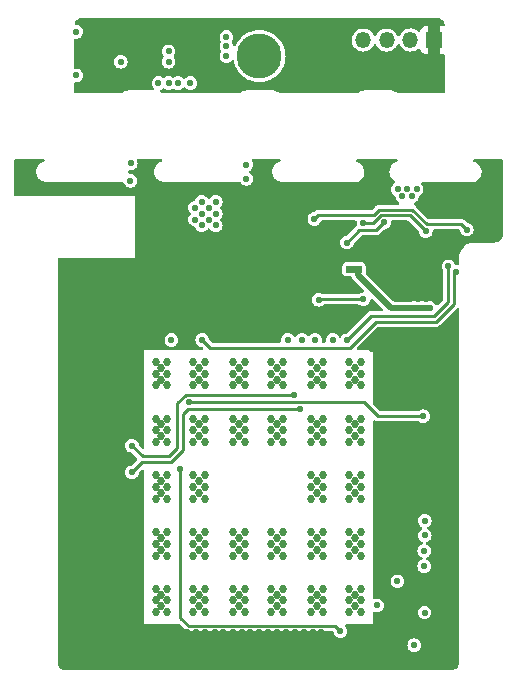
<source format=gbr>
%TF.GenerationSoftware,KiCad,Pcbnew,(6.0.2-0)*%
%TF.CreationDate,2022-10-29T16:02:37+01:00*%
%TF.ProjectId,p3-cellular-module,70332d63-656c-46c7-956c-61722d6d6f64,rev?*%
%TF.SameCoordinates,Original*%
%TF.FileFunction,Copper,L2,Inr*%
%TF.FilePolarity,Positive*%
%FSLAX46Y46*%
G04 Gerber Fmt 4.6, Leading zero omitted, Abs format (unit mm)*
G04 Created by KiCad (PCBNEW (6.0.2-0)) date 2022-10-29 16:02:37*
%MOMM*%
%LPD*%
G01*
G04 APERTURE LIST*
%TA.AperFunction,ComponentPad*%
%ADD10C,3.800000*%
%TD*%
%TA.AperFunction,ComponentPad*%
%ADD11R,1.350000X1.350000*%
%TD*%
%TA.AperFunction,ComponentPad*%
%ADD12O,1.350000X1.350000*%
%TD*%
%TA.AperFunction,ViaPad*%
%ADD13C,0.550000*%
%TD*%
%TA.AperFunction,ViaPad*%
%ADD14C,0.686000*%
%TD*%
%TA.AperFunction,Conductor*%
%ADD15C,0.254000*%
%TD*%
%TA.AperFunction,Conductor*%
%ADD16C,0.512000*%
%TD*%
G04 APERTURE END LIST*
D10*
%TO.N,N/C*%
%TO.C,REF\u002A\u002A*%
X145100000Y-92800000D03*
%TD*%
D11*
%TO.N,VBUS*%
%TO.C,J4*%
X159882000Y-91450000D03*
D12*
%TO.N,GND*%
X157882000Y-91450000D03*
%TO.N,/USB Connector/USB_DN_RAW*%
X155882000Y-91450000D03*
%TO.N,/USB Connector/USB_DP_RAW*%
X153882000Y-91450000D03*
%TD*%
D13*
%TO.N,VBUS*%
X156800000Y-104100000D03*
X158400000Y-104100000D03*
X157200000Y-104700000D03*
X138100000Y-92900000D03*
X161101500Y-110600000D03*
X158000000Y-104700000D03*
X137400000Y-94150000D03*
X152525008Y-116875008D03*
X157600000Y-104100000D03*
%TO.N,GND*%
X152700000Y-104850000D03*
D14*
X149500000Y-120700000D03*
X147100000Y-118700000D03*
D13*
X131100000Y-124400000D03*
X131150000Y-121400000D03*
D14*
X137300000Y-128300000D03*
X152700000Y-128300000D03*
D13*
X142300000Y-91200000D03*
X147700000Y-104850000D03*
D14*
X147100000Y-120700000D03*
X150500000Y-124500000D03*
X153700000Y-138900000D03*
X142900000Y-123500000D03*
D13*
X133050000Y-110650000D03*
D14*
X147100000Y-125500000D03*
X147100000Y-138900000D03*
X153200000Y-133600000D03*
D13*
X143600000Y-141600000D03*
X158000000Y-116900000D03*
D14*
X136300000Y-118700000D03*
D13*
X159100000Y-129800000D03*
D14*
X150500000Y-137900000D03*
X153700000Y-120700000D03*
D13*
X133700000Y-141600000D03*
X142300000Y-92000000D03*
X161600000Y-105100000D03*
D14*
X150000000Y-133600000D03*
X152700000Y-134100000D03*
D13*
X158500000Y-112500000D03*
D14*
X150000000Y-120200000D03*
X142900000Y-125500000D03*
X152700000Y-120700000D03*
X149500000Y-119700000D03*
X149500000Y-135100000D03*
X146600000Y-133600000D03*
X150500000Y-138900000D03*
X147100000Y-139900000D03*
X150500000Y-118700000D03*
X153700000Y-125500000D03*
D13*
X134800000Y-121800000D03*
X150200000Y-104300000D03*
D14*
X152700000Y-139900000D03*
X146100000Y-135100000D03*
D13*
X131150000Y-120650000D03*
X136550000Y-95100000D03*
X157000000Y-111475000D03*
X128600000Y-115700000D03*
D14*
X140000000Y-125000000D03*
X139500000Y-120700000D03*
X150500000Y-128300000D03*
D13*
X149200000Y-104300000D03*
D14*
X149500000Y-139900000D03*
X136800000Y-124000000D03*
D13*
X132800000Y-141700000D03*
X142350000Y-111900000D03*
X159100000Y-129050000D03*
D14*
X140500000Y-118700000D03*
D13*
X136050000Y-103400000D03*
D14*
X140000000Y-120200000D03*
D13*
X133700000Y-123500000D03*
X156225000Y-112500000D03*
D14*
X153700000Y-129300000D03*
D13*
X141850000Y-110000000D03*
D14*
X150000000Y-119200000D03*
D13*
X131700000Y-141000000D03*
D14*
X146600000Y-124000000D03*
X143400000Y-139400000D03*
X143400000Y-134600000D03*
X143900000Y-125500000D03*
X149500000Y-137900000D03*
D13*
X130000000Y-144300000D03*
D14*
X146600000Y-120200000D03*
X153700000Y-137900000D03*
D13*
X149700000Y-104850000D03*
X131150000Y-122150000D03*
X148150000Y-141600000D03*
X157350000Y-111975000D03*
X129300000Y-144300000D03*
D14*
X152700000Y-135100000D03*
D13*
X153700000Y-104850000D03*
D14*
X150000000Y-125000000D03*
D13*
X136458814Y-106541186D03*
D14*
X143900000Y-138900000D03*
X150500000Y-123500000D03*
X152700000Y-119700000D03*
X147100000Y-124500000D03*
D13*
X154575000Y-116900000D03*
D14*
X140000000Y-139400000D03*
X150500000Y-133100000D03*
X150500000Y-129300000D03*
X153200000Y-128800000D03*
X137300000Y-120700000D03*
X136300000Y-137900000D03*
D13*
X159100000Y-128300000D03*
X131800000Y-124400000D03*
X154200000Y-104300000D03*
X134800000Y-121050000D03*
X131800000Y-130950000D03*
X162350000Y-105100000D03*
D14*
X137300000Y-137900000D03*
X142900000Y-138900000D03*
D13*
X131900000Y-119150000D03*
D14*
X150500000Y-135100000D03*
X137300000Y-134100000D03*
X142900000Y-135100000D03*
D13*
X154600000Y-117600000D03*
X131100000Y-132900000D03*
X150700000Y-104850000D03*
D14*
X153200000Y-119200000D03*
X136800000Y-134600000D03*
D13*
X134100000Y-110650000D03*
D14*
X136800000Y-119200000D03*
D13*
X134250000Y-122900000D03*
X141150000Y-113000000D03*
D14*
X136300000Y-135100000D03*
D13*
X131100000Y-125900000D03*
D14*
X139500000Y-119700000D03*
D13*
X150050000Y-110950000D03*
X128600000Y-115000000D03*
D14*
X146100000Y-123500000D03*
X136800000Y-133600000D03*
X139500000Y-135100000D03*
X142900000Y-119700000D03*
D13*
X131900000Y-119900000D03*
X151700000Y-104850000D03*
X137400000Y-95100000D03*
X153850000Y-141600000D03*
D14*
X146100000Y-139900000D03*
X136800000Y-129800000D03*
X153700000Y-134100000D03*
X147100000Y-135100000D03*
X143400000Y-138400000D03*
D13*
X142350000Y-111150000D03*
D14*
X142900000Y-124500000D03*
D13*
X134100000Y-121400000D03*
D14*
X150500000Y-130300000D03*
D13*
X145800000Y-141600000D03*
D14*
X140500000Y-130300000D03*
D13*
X139750000Y-141600000D03*
D14*
X140500000Y-120700000D03*
D13*
X147200000Y-105650000D03*
X131100000Y-135200000D03*
D14*
X142900000Y-118700000D03*
D13*
X133550000Y-110300000D03*
X133150000Y-124050000D03*
X147800000Y-106050000D03*
D14*
X136300000Y-138900000D03*
D13*
X149600000Y-141600000D03*
D14*
X153700000Y-119700000D03*
X136300000Y-123500000D03*
X152700000Y-138900000D03*
D13*
X131100000Y-131400000D03*
X157750000Y-111475000D03*
D14*
X146100000Y-133100000D03*
X150500000Y-134100000D03*
D13*
X131150000Y-117650000D03*
X128600000Y-144300000D03*
X147200000Y-107150000D03*
D14*
X152700000Y-123500000D03*
D13*
X146700000Y-104850000D03*
D14*
X143900000Y-119700000D03*
X150500000Y-119700000D03*
D13*
X159100000Y-131350000D03*
X153200000Y-104300000D03*
D14*
X149500000Y-130300000D03*
X152700000Y-118700000D03*
X150000000Y-124000000D03*
X139500000Y-125500000D03*
X149500000Y-128300000D03*
X142900000Y-137900000D03*
D13*
X131100000Y-136750000D03*
X157725000Y-112500000D03*
X131100000Y-137500000D03*
D14*
X142900000Y-133100000D03*
D13*
X134100000Y-118400000D03*
X131100000Y-129800000D03*
X153150000Y-141600000D03*
X156600000Y-111975000D03*
D14*
X153200000Y-138400000D03*
D13*
X129600000Y-90750000D03*
D14*
X137300000Y-118700000D03*
X153700000Y-128300000D03*
D13*
X134100000Y-112150000D03*
D14*
X147100000Y-134100000D03*
X137300000Y-135100000D03*
X143400000Y-119200000D03*
X140500000Y-139900000D03*
D13*
X131050000Y-114550000D03*
D14*
X153700000Y-118700000D03*
D13*
X132450000Y-123850000D03*
X131100000Y-130550000D03*
D14*
X153700000Y-135100000D03*
D13*
X148900000Y-141600000D03*
X159100000Y-130600000D03*
D14*
X153200000Y-125000000D03*
D13*
X131100000Y-139850000D03*
X133550000Y-117050000D03*
X134100000Y-119150000D03*
X130700000Y-144300000D03*
X138300000Y-141600000D03*
D14*
X146100000Y-137900000D03*
X140000000Y-133600000D03*
D13*
X138200000Y-95100000D03*
D14*
X142900000Y-120700000D03*
D13*
X159350000Y-144275000D03*
D14*
X136300000Y-119700000D03*
X149500000Y-118700000D03*
D13*
X131100000Y-128200000D03*
D14*
X146100000Y-119700000D03*
X150500000Y-125500000D03*
X140500000Y-138900000D03*
X147100000Y-133100000D03*
D13*
X135200000Y-141600000D03*
X141850000Y-112250000D03*
D14*
X140500000Y-125500000D03*
D13*
X133550000Y-112550000D03*
D14*
X137300000Y-133100000D03*
D13*
X147400000Y-113375000D03*
X133050000Y-112150000D03*
X134100000Y-119900000D03*
D14*
X139500000Y-138900000D03*
X143900000Y-137900000D03*
X137300000Y-125500000D03*
X146100000Y-138900000D03*
D13*
X147250000Y-110500000D03*
X154900000Y-104000000D03*
D14*
X150000000Y-129800000D03*
X140000000Y-129800000D03*
D13*
X146850000Y-111000000D03*
D14*
X140000000Y-128800000D03*
X150000000Y-139400000D03*
D13*
X154900000Y-103000000D03*
D14*
X136800000Y-120200000D03*
X146600000Y-139400000D03*
X140500000Y-123500000D03*
D13*
X131100000Y-139050000D03*
X131100000Y-140600000D03*
D14*
X147100000Y-137900000D03*
D13*
X134100000Y-122150000D03*
D14*
X143900000Y-120700000D03*
X143400000Y-125000000D03*
D13*
X133550000Y-111050000D03*
D14*
X137300000Y-130300000D03*
X139500000Y-128300000D03*
X137300000Y-139900000D03*
X136300000Y-133100000D03*
D13*
X131800000Y-125150000D03*
X145050000Y-141600000D03*
D14*
X149500000Y-129300000D03*
D13*
X147200000Y-104300000D03*
D14*
X136300000Y-139900000D03*
X143900000Y-135100000D03*
D13*
X133050000Y-111400000D03*
D14*
X153200000Y-120200000D03*
X136300000Y-124500000D03*
X153700000Y-124500000D03*
X139500000Y-124500000D03*
D13*
X134100000Y-120650000D03*
D14*
X137300000Y-124500000D03*
X142900000Y-139900000D03*
X143900000Y-139900000D03*
D13*
X158650000Y-144275000D03*
D14*
X146600000Y-119200000D03*
D13*
X156975000Y-112500000D03*
D14*
X152700000Y-133100000D03*
X136300000Y-125500000D03*
D13*
X159350000Y-105100000D03*
X131100000Y-138300000D03*
D14*
X136300000Y-128300000D03*
X149500000Y-123500000D03*
D13*
X161450000Y-144275000D03*
X128600000Y-143600000D03*
X132050000Y-141700000D03*
X131100000Y-133700000D03*
D14*
X136300000Y-130300000D03*
X149500000Y-134100000D03*
D13*
X154550000Y-141600000D03*
X147800000Y-106800000D03*
X133550000Y-111800000D03*
X134800000Y-119550000D03*
D14*
X150000000Y-138400000D03*
D13*
X133550000Y-122750000D03*
D14*
X139500000Y-139900000D03*
D13*
X131400000Y-144300000D03*
D14*
X150500000Y-120700000D03*
D13*
X160850000Y-105100000D03*
D14*
X142900000Y-134100000D03*
D13*
X136750000Y-141600000D03*
D14*
X152700000Y-129300000D03*
X153200000Y-129800000D03*
D13*
X134450000Y-141600000D03*
D14*
X153700000Y-123500000D03*
D13*
X132450000Y-141000000D03*
D14*
X146100000Y-118700000D03*
D13*
X141300000Y-141600000D03*
D14*
X139500000Y-133100000D03*
D13*
X154000000Y-117250000D03*
X160050000Y-144275000D03*
D14*
X150500000Y-139900000D03*
X137300000Y-129300000D03*
X140000000Y-138400000D03*
X146600000Y-138400000D03*
D13*
X146600000Y-141600000D03*
X160100000Y-105100000D03*
X139000000Y-141600000D03*
D14*
X149500000Y-133100000D03*
D13*
X129300000Y-115700000D03*
D14*
X137300000Y-123500000D03*
D13*
X147350000Y-141600000D03*
D14*
X143900000Y-124500000D03*
D13*
X136000000Y-141600000D03*
X131150000Y-113500000D03*
X161450000Y-142875000D03*
D14*
X146100000Y-134100000D03*
X153200000Y-124000000D03*
D13*
X131100000Y-126700000D03*
X131900000Y-121400000D03*
X144300000Y-141600000D03*
X137150000Y-106550000D03*
X137400000Y-92400000D03*
X131100000Y-125150000D03*
D14*
X140000000Y-124000000D03*
D13*
X128600000Y-142900000D03*
D14*
X143400000Y-133600000D03*
D13*
X132600000Y-124600000D03*
D14*
X143400000Y-120200000D03*
D13*
X154350000Y-102500000D03*
X141800000Y-113000000D03*
X131100000Y-129000000D03*
D14*
X152700000Y-124500000D03*
D13*
X142850000Y-141600000D03*
D14*
X146600000Y-134600000D03*
D13*
X147650000Y-111000000D03*
D14*
X136800000Y-125000000D03*
X146100000Y-120700000D03*
D13*
X131100000Y-132150000D03*
X148200000Y-104300000D03*
D14*
X140500000Y-124500000D03*
X140500000Y-129300000D03*
X149500000Y-124500000D03*
X139500000Y-130300000D03*
X146100000Y-125500000D03*
D13*
X133000000Y-123300000D03*
X136800000Y-105950000D03*
X140500000Y-141600000D03*
X146350000Y-111950000D03*
X151200000Y-104300000D03*
D14*
X147100000Y-119700000D03*
D13*
X130000000Y-113550000D03*
D14*
X140000000Y-119200000D03*
X143900000Y-123500000D03*
D13*
X131150000Y-118400000D03*
D14*
X140500000Y-135100000D03*
D13*
X161450000Y-143575000D03*
D14*
X153700000Y-139900000D03*
X140500000Y-134100000D03*
X140000000Y-134600000D03*
X153200000Y-139400000D03*
D13*
X142350000Y-109650000D03*
X134100000Y-117650000D03*
D14*
X149500000Y-138900000D03*
X136800000Y-138400000D03*
D13*
X131100000Y-136000000D03*
D14*
X136800000Y-128800000D03*
D13*
X131100000Y-134450000D03*
X142350000Y-112650000D03*
D14*
X139500000Y-123500000D03*
D13*
X141850000Y-109250000D03*
X142300000Y-92800000D03*
D14*
X143900000Y-133100000D03*
X139500000Y-137900000D03*
D13*
X155250000Y-141600000D03*
X163100000Y-105100000D03*
D14*
X140500000Y-128300000D03*
D13*
X131100000Y-127450000D03*
D14*
X152700000Y-137900000D03*
D13*
X146200000Y-104300000D03*
D14*
X136300000Y-134100000D03*
D13*
X142350000Y-108900000D03*
D14*
X136800000Y-139400000D03*
D13*
X134800000Y-118800000D03*
D14*
X139500000Y-118700000D03*
D13*
X158700000Y-116875000D03*
D14*
X143400000Y-124000000D03*
D13*
X131900000Y-120650000D03*
D14*
X153700000Y-133100000D03*
D13*
X134100000Y-111400000D03*
D14*
X140500000Y-133100000D03*
X152700000Y-130300000D03*
X147100000Y-123500000D03*
X137300000Y-138900000D03*
X146100000Y-124500000D03*
D13*
X137550000Y-141600000D03*
X154900000Y-102000000D03*
X130550000Y-114050000D03*
D14*
X152700000Y-125500000D03*
D13*
X134800000Y-120300000D03*
D14*
X139500000Y-134100000D03*
X137300000Y-119700000D03*
D13*
X131800000Y-129450000D03*
X142350000Y-110400000D03*
X136050000Y-101850000D03*
X131150000Y-119900000D03*
X158100000Y-111975000D03*
D14*
X153200000Y-134600000D03*
D13*
X160750000Y-144275000D03*
D14*
X149500000Y-125500000D03*
X150000000Y-134600000D03*
X136300000Y-120700000D03*
X146600000Y-125000000D03*
D13*
X150050000Y-111675000D03*
X131900000Y-118400000D03*
X147200000Y-106400000D03*
D14*
X136300000Y-129300000D03*
X139500000Y-129300000D03*
X140500000Y-119700000D03*
X153700000Y-130300000D03*
D13*
X141850000Y-111500000D03*
X158350000Y-116300000D03*
X131150000Y-119150000D03*
X142050000Y-141600000D03*
X133200000Y-141000000D03*
X141850000Y-110750000D03*
X150350000Y-141600000D03*
D14*
X150000000Y-128800000D03*
D13*
X154350000Y-103500000D03*
D14*
X143900000Y-134100000D03*
D13*
X152200000Y-104300000D03*
X131800000Y-130200000D03*
D14*
X140500000Y-137900000D03*
X143900000Y-118700000D03*
D13*
%TO.N,+3V8*%
X140200000Y-106150000D03*
X139650000Y-105650000D03*
X139650000Y-106650000D03*
X140850000Y-106650000D03*
X140200000Y-107150000D03*
X140850000Y-105650000D03*
X141400000Y-106150000D03*
X140200000Y-105150000D03*
X137644980Y-116850000D03*
X141400000Y-105150000D03*
X149750000Y-106600000D03*
X141400000Y-107150000D03*
X162650000Y-107500000D03*
%TO.N,Net-(R2-Pad2)*%
X159175000Y-107650000D03*
X153900000Y-106950000D03*
%TO.N,/Cellular Modem/USIM_VDD*%
X159500000Y-114150000D03*
X159050000Y-134700000D03*
X153430498Y-110850000D03*
X158200000Y-114150000D03*
X158850000Y-114150000D03*
X152775500Y-110850000D03*
X159050000Y-136000000D03*
%TO.N,Net-(C15-Pad1)*%
X155650000Y-106901500D03*
X152500000Y-108600000D03*
%TO.N,Net-(C18-Pad1)*%
X153900000Y-113400000D03*
X150100000Y-113450000D03*
%TO.N,/Cellular Modem/STAT_OD*%
X161703000Y-111100000D03*
X140250000Y-116850000D03*
%TO.N,/Cellular Modem/NET_STAT_DRV*%
X133350000Y-93300000D03*
X139100000Y-122100000D03*
X134200000Y-101900000D03*
X158950000Y-123300000D03*
%TO.N,Net-(D1-Pad1)*%
X137400000Y-93300000D03*
%TO.N,/Cellular Modem/USIM_RST*%
X159075000Y-139925000D03*
%TO.N,/Cellular Modem/USIM_CLK*%
X155075000Y-139325000D03*
%TO.N,/Cellular Modem/USIM_DATA*%
X156775000Y-137275000D03*
%TO.N,/Cellular Modem/USB_DP*%
X149799675Y-116850325D03*
X143998500Y-103200000D03*
%TO.N,/Cellular Modem/USB_DN*%
X139250000Y-95100000D03*
X151298500Y-116850000D03*
X144000000Y-102000000D03*
%TO.N,Net-(TP9-Pad1)*%
X159100000Y-132150000D03*
%TO.N,Net-(TP10-Pad1)*%
X159100000Y-133400000D03*
%TO.N,/Cellular Modem/PWRKEY*%
X151950000Y-141500000D03*
X134175000Y-103375000D03*
X129600000Y-94450000D03*
X138400000Y-127750000D03*
%TO.N,Net-(TP7-Pad1)*%
X147500000Y-116850000D03*
X134300000Y-125800000D03*
X148000000Y-121475000D03*
%TO.N,Net-(TP8-Pad1)*%
X148700000Y-116850000D03*
X134300000Y-128050000D03*
X148525000Y-122725000D03*
%TO.N,Net-(TP1-Pad1)*%
X158200000Y-142700000D03*
%TD*%
D15*
%TO.N,VBUS*%
X161101500Y-113599166D02*
X159854186Y-114846480D01*
X159854186Y-114846480D02*
X154553536Y-114846480D01*
X154553536Y-114846480D02*
X152525008Y-116875008D01*
X161101500Y-110600000D02*
X161101500Y-113599166D01*
%TO.N,+3V8*%
X154758626Y-106300000D02*
X150050000Y-106300000D01*
X158046469Y-105846469D02*
X155212157Y-105846469D01*
X159250000Y-107050000D02*
X158046469Y-105846469D01*
X162200000Y-107050000D02*
X159250000Y-107050000D01*
X150050000Y-106300000D02*
X149750000Y-106600000D01*
X155212157Y-105846469D02*
X154758626Y-106300000D01*
X162650000Y-107500000D02*
X162200000Y-107050000D01*
%TO.N,Net-(R2-Pad2)*%
X154750000Y-106950000D02*
X155400011Y-106299989D01*
X153900000Y-106950000D02*
X154750000Y-106950000D01*
X155400011Y-106299989D02*
X157824989Y-106299989D01*
X157824989Y-106299989D02*
X159175000Y-107650000D01*
D16*
%TO.N,/Cellular Modem/USIM_VDD*%
X153430498Y-110850000D02*
X153430498Y-111330998D01*
X158850000Y-114150000D02*
X159500000Y-114150000D01*
X153430498Y-111330998D02*
X156249500Y-114150000D01*
X158200000Y-114150000D02*
X158850000Y-114150000D01*
X156249500Y-114150000D02*
X158200000Y-114150000D01*
D15*
%TO.N,Net-(C15-Pad1)*%
X153550000Y-107550000D02*
X153649334Y-107550000D01*
X154999989Y-107551511D02*
X155650000Y-106901500D01*
X153649334Y-107550000D02*
X153650845Y-107551511D01*
X152500000Y-108600000D02*
X153550000Y-107550000D01*
X153650845Y-107551511D02*
X154999989Y-107551511D01*
%TO.N,Net-(C18-Pad1)*%
X153900000Y-113400000D02*
X150150000Y-113400000D01*
X150150000Y-113400000D02*
X150100000Y-113450000D01*
%TO.N,/Cellular Modem/STAT_OD*%
X161555020Y-111247980D02*
X161555020Y-113787020D01*
X161703000Y-111100000D02*
X161555020Y-111247980D01*
X152750666Y-117500000D02*
X140900000Y-117500000D01*
X161555020Y-113787020D02*
X160042040Y-115300000D01*
X154950666Y-115300000D02*
X152750666Y-117500000D01*
X140900000Y-117500000D02*
X140250000Y-116850000D01*
X160042040Y-115300000D02*
X154950666Y-115300000D01*
%TO.N,/Cellular Modem/NET_STAT_DRV*%
X153950000Y-122100000D02*
X139100000Y-122100000D01*
X155150000Y-123300000D02*
X153950000Y-122100000D01*
X158950000Y-123300000D02*
X155150000Y-123300000D01*
%TO.N,/Cellular Modem/PWRKEY*%
X151525000Y-141075000D02*
X151950000Y-141500000D01*
X138400000Y-140350000D02*
X139125000Y-141075000D01*
X138400000Y-127750000D02*
X138400000Y-140350000D01*
X139125000Y-141075000D02*
X151525000Y-141075000D01*
%TO.N,Net-(TP7-Pad1)*%
X138150000Y-122199334D02*
X138150000Y-126000000D01*
X137450000Y-126700000D02*
X135200000Y-126700000D01*
X148000000Y-121475000D02*
X147976511Y-121498489D01*
X147976511Y-121498489D02*
X138850845Y-121498489D01*
X138150000Y-126000000D02*
X137450000Y-126700000D01*
X135200000Y-126700000D02*
X134300000Y-125800000D01*
X138850845Y-121498489D02*
X138150000Y-122199334D01*
%TO.N,Net-(TP8-Pad1)*%
X139025000Y-122725000D02*
X138625000Y-123125000D01*
X148525000Y-122725000D02*
X139025000Y-122725000D01*
X137591374Y-127200000D02*
X135150000Y-127200000D01*
X138625000Y-126166374D02*
X137591374Y-127200000D01*
X135150000Y-127200000D02*
X134300000Y-128050000D01*
X138625000Y-123125000D02*
X138625000Y-126166374D01*
%TD*%
%TA.AperFunction,Conductor*%
%TO.N,/Cellular Modem/USIM_VDD*%
G36*
X153742121Y-110570002D02*
G01*
X153788614Y-110623658D01*
X153800000Y-110676000D01*
X153800000Y-111024000D01*
X153779998Y-111092121D01*
X153726342Y-111138614D01*
X153674000Y-111150000D01*
X152526000Y-111150000D01*
X152457879Y-111129998D01*
X152411386Y-111076342D01*
X152400000Y-111024000D01*
X152400000Y-110676000D01*
X152420002Y-110607879D01*
X152473658Y-110561386D01*
X152526000Y-110550000D01*
X153674000Y-110550000D01*
X153742121Y-110570002D01*
G37*
%TD.AperFunction*%
%TD*%
%TA.AperFunction,Conductor*%
%TO.N,VBUS*%
G36*
X160218733Y-89550285D02*
G01*
X160225917Y-89552460D01*
X160236926Y-89551852D01*
X160244311Y-89552738D01*
X160257672Y-89555076D01*
X160315599Y-89568462D01*
X160349961Y-89576403D01*
X160375541Y-89585302D01*
X160477775Y-89633750D01*
X160500861Y-89647913D01*
X160590368Y-89717092D01*
X160609895Y-89735865D01*
X160682542Y-89822576D01*
X160697608Y-89845094D01*
X160750039Y-89945331D01*
X160759939Y-89970541D01*
X160789732Y-90079678D01*
X160794014Y-90106425D01*
X160795774Y-90140874D01*
X160779274Y-90209927D01*
X160728060Y-90259097D01*
X160656331Y-90272566D01*
X160608488Y-90267369D01*
X160601672Y-90267000D01*
X160400115Y-90267000D01*
X160384876Y-90271475D01*
X160383671Y-90272865D01*
X160382000Y-90280548D01*
X160382000Y-92614884D01*
X160386475Y-92630123D01*
X160387865Y-92631328D01*
X160395548Y-92632999D01*
X160601669Y-92632999D01*
X160608490Y-92632629D01*
X160660395Y-92626992D01*
X160730277Y-92639521D01*
X160782292Y-92687843D01*
X160800000Y-92752255D01*
X160800000Y-95487825D01*
X160799759Y-95491651D01*
X160797787Y-95498012D01*
X160798278Y-95508119D01*
X160798207Y-95509924D01*
X160798049Y-95511172D01*
X160798061Y-95513653D01*
X160792292Y-95660687D01*
X160791991Y-95668347D01*
X160801801Y-95740915D01*
X160807371Y-95782121D01*
X160796675Y-95852307D01*
X160749731Y-95905569D01*
X160682507Y-95925000D01*
X156862407Y-95925000D01*
X156799953Y-95908433D01*
X156638916Y-95816528D01*
X156638912Y-95816526D01*
X156634547Y-95814035D01*
X156436488Y-95739731D01*
X156429792Y-95738379D01*
X156411940Y-95734775D01*
X156269482Y-95706013D01*
X156264635Y-95704935D01*
X156260442Y-95703914D01*
X156252173Y-95700615D01*
X156245900Y-95700000D01*
X156241132Y-95700000D01*
X156239099Y-95699879D01*
X156232485Y-95698543D01*
X156229172Y-95697540D01*
X156188092Y-95699808D01*
X156181146Y-95700000D01*
X154104640Y-95700000D01*
X154097694Y-95699808D01*
X154056614Y-95697540D01*
X154051106Y-95699207D01*
X153956099Y-95717812D01*
X153851070Y-95738379D01*
X153851063Y-95738381D01*
X153846487Y-95739277D01*
X153644660Y-95810985D01*
X153640545Y-95813177D01*
X153640542Y-95813178D01*
X153458359Y-95910210D01*
X153399128Y-95925000D01*
X146863740Y-95925000D01*
X146801524Y-95908568D01*
X146801287Y-95908433D01*
X146634884Y-95813944D01*
X146436609Y-95739853D01*
X146431713Y-95738867D01*
X146431700Y-95738863D01*
X146273664Y-95707026D01*
X146268759Y-95705936D01*
X146260433Y-95703910D01*
X146252173Y-95700615D01*
X146245900Y-95700000D01*
X146241131Y-95700000D01*
X146237790Y-95699800D01*
X146234353Y-95699108D01*
X146229174Y-95697540D01*
X146218161Y-95698148D01*
X146188094Y-95699808D01*
X146181148Y-95700000D01*
X144104640Y-95700000D01*
X144097694Y-95699808D01*
X144056614Y-95697540D01*
X144050835Y-95699289D01*
X144022640Y-95704822D01*
X143851325Y-95738440D01*
X143851321Y-95738441D01*
X143846730Y-95739342D01*
X143731018Y-95780608D01*
X143649615Y-95809639D01*
X143649613Y-95809640D01*
X143645202Y-95811213D01*
X143641079Y-95813420D01*
X143641062Y-95813427D01*
X143460432Y-95910092D01*
X143400981Y-95925000D01*
X139314968Y-95925000D01*
X139246847Y-95904998D01*
X139245937Y-95903947D01*
X139204446Y-95923495D01*
X139185032Y-95925000D01*
X138264968Y-95925000D01*
X138196847Y-95904998D01*
X138195937Y-95903947D01*
X138154446Y-95923495D01*
X138135032Y-95925000D01*
X137464968Y-95925000D01*
X137396847Y-95904998D01*
X137395937Y-95903947D01*
X137354446Y-95923495D01*
X137335032Y-95925000D01*
X136862407Y-95925000D01*
X136799954Y-95908433D01*
X136729791Y-95868391D01*
X136680541Y-95817254D01*
X136666756Y-95747609D01*
X136692813Y-95681566D01*
X136744025Y-95642550D01*
X136832599Y-95605861D01*
X136832604Y-95605858D01*
X136840233Y-95602698D01*
X136898298Y-95558143D01*
X136964515Y-95532543D01*
X137034064Y-95546807D01*
X137051695Y-95558138D01*
X137109767Y-95602698D01*
X137249764Y-95660687D01*
X137307947Y-95668347D01*
X137351478Y-95674078D01*
X137401383Y-95696155D01*
X137429470Y-95678104D01*
X137448522Y-95674078D01*
X137492053Y-95668347D01*
X137550236Y-95660687D01*
X137690233Y-95602698D01*
X137723298Y-95577326D01*
X137789517Y-95551727D01*
X137859065Y-95565992D01*
X137876699Y-95577324D01*
X137909767Y-95602698D01*
X138049764Y-95660687D01*
X138107947Y-95668347D01*
X138151478Y-95674078D01*
X138201383Y-95696155D01*
X138229470Y-95678104D01*
X138248522Y-95674078D01*
X138292053Y-95668347D01*
X138350236Y-95660687D01*
X138490233Y-95602698D01*
X138610451Y-95510451D01*
X138625038Y-95491441D01*
X138682376Y-95449574D01*
X138753247Y-95445352D01*
X138815150Y-95480116D01*
X138824962Y-95491441D01*
X138839549Y-95510451D01*
X138959767Y-95602698D01*
X139099764Y-95660687D01*
X139157947Y-95668347D01*
X139201478Y-95674078D01*
X139251383Y-95696155D01*
X139279470Y-95678104D01*
X139298522Y-95674078D01*
X139342053Y-95668347D01*
X139400236Y-95660687D01*
X139540233Y-95602698D01*
X139660451Y-95510451D01*
X139752698Y-95390233D01*
X139810687Y-95250236D01*
X139830466Y-95100000D01*
X139810687Y-94949764D01*
X139752698Y-94809767D01*
X139660451Y-94689549D01*
X139540233Y-94597302D01*
X139400236Y-94539313D01*
X139250000Y-94519534D01*
X139099764Y-94539313D01*
X138959767Y-94597302D01*
X138839549Y-94689549D01*
X138834523Y-94696099D01*
X138824962Y-94708559D01*
X138767624Y-94750426D01*
X138696753Y-94754648D01*
X138634850Y-94719884D01*
X138625038Y-94708559D01*
X138615477Y-94696099D01*
X138610451Y-94689549D01*
X138490233Y-94597302D01*
X138350236Y-94539313D01*
X138200000Y-94519534D01*
X138049764Y-94539313D01*
X137909767Y-94597302D01*
X137876702Y-94622674D01*
X137810483Y-94648273D01*
X137740935Y-94634008D01*
X137723301Y-94622676D01*
X137690233Y-94597302D01*
X137550236Y-94539313D01*
X137400000Y-94519534D01*
X137249764Y-94539313D01*
X137109767Y-94597302D01*
X137051702Y-94641857D01*
X136985485Y-94667457D01*
X136915936Y-94653193D01*
X136898305Y-94641862D01*
X136840233Y-94597302D01*
X136700236Y-94539313D01*
X136550000Y-94519534D01*
X136399764Y-94539313D01*
X136259767Y-94597302D01*
X136139549Y-94689549D01*
X136047302Y-94809767D01*
X135989313Y-94949764D01*
X135969534Y-95100000D01*
X135989313Y-95250236D01*
X136047302Y-95390233D01*
X136052329Y-95396784D01*
X136052330Y-95396786D01*
X136092836Y-95449574D01*
X136124526Y-95490872D01*
X136129455Y-95497296D01*
X136155056Y-95563516D01*
X136140792Y-95633065D01*
X136091190Y-95683861D01*
X136029493Y-95700000D01*
X134104640Y-95700000D01*
X134097694Y-95699808D01*
X134056614Y-95697540D01*
X134051106Y-95699207D01*
X133956099Y-95717812D01*
X133851070Y-95738379D01*
X133851063Y-95738381D01*
X133846487Y-95739277D01*
X133644660Y-95810985D01*
X133640545Y-95813177D01*
X133640542Y-95813178D01*
X133458359Y-95910210D01*
X133399128Y-95925000D01*
X129513940Y-95925000D01*
X129445819Y-95904998D01*
X129399326Y-95851342D01*
X129389076Y-95782121D01*
X129394646Y-95740915D01*
X129404456Y-95668347D01*
X129404156Y-95660687D01*
X129398386Y-95513653D01*
X129398398Y-95511168D01*
X129398240Y-95509918D01*
X129398169Y-95508119D01*
X129398660Y-95498012D01*
X129396740Y-95491815D01*
X129396512Y-95488166D01*
X129396970Y-95147243D01*
X129417064Y-95079149D01*
X129470782Y-95032728D01*
X129539416Y-95022490D01*
X129600000Y-95030466D01*
X129608188Y-95029388D01*
X129742048Y-95011765D01*
X129750236Y-95010687D01*
X129764082Y-95004952D01*
X129808324Y-94986626D01*
X129890233Y-94952698D01*
X130010451Y-94860451D01*
X130102698Y-94740233D01*
X130160687Y-94600236D01*
X130180466Y-94450000D01*
X130160687Y-94299764D01*
X130102698Y-94159767D01*
X130010451Y-94039549D01*
X129890233Y-93947302D01*
X129750236Y-93889313D01*
X129600000Y-93869534D01*
X129591812Y-93870612D01*
X129541292Y-93877263D01*
X129471143Y-93866324D01*
X129418045Y-93819195D01*
X129398846Y-93752172D01*
X129399454Y-93300000D01*
X132769534Y-93300000D01*
X132789313Y-93450236D01*
X132847302Y-93590233D01*
X132939549Y-93710451D01*
X133059767Y-93802698D01*
X133199764Y-93860687D01*
X133350000Y-93880466D01*
X133358188Y-93879388D01*
X133492048Y-93861765D01*
X133500236Y-93860687D01*
X133640233Y-93802698D01*
X133760451Y-93710451D01*
X133852698Y-93590233D01*
X133910687Y-93450236D01*
X133930466Y-93300000D01*
X136819534Y-93300000D01*
X136839313Y-93450236D01*
X136897302Y-93590233D01*
X136989549Y-93710451D01*
X137109767Y-93802698D01*
X137249764Y-93860687D01*
X137400000Y-93880466D01*
X137408188Y-93879388D01*
X137542048Y-93861765D01*
X137550236Y-93860687D01*
X137690233Y-93802698D01*
X137810451Y-93710451D01*
X137902698Y-93590233D01*
X137960687Y-93450236D01*
X137980466Y-93300000D01*
X137960687Y-93149764D01*
X137902698Y-93009767D01*
X137838961Y-92926704D01*
X137813360Y-92860484D01*
X137825765Y-92800000D01*
X141719534Y-92800000D01*
X141739313Y-92950236D01*
X141797302Y-93090233D01*
X141889549Y-93210451D01*
X142009767Y-93302698D01*
X142149764Y-93360687D01*
X142300000Y-93380466D01*
X142308188Y-93379388D01*
X142442048Y-93361765D01*
X142450236Y-93360687D01*
X142590233Y-93302698D01*
X142710451Y-93210451D01*
X142721897Y-93195535D01*
X142779235Y-93153671D01*
X142850106Y-93149451D01*
X142912008Y-93184216D01*
X142945435Y-93247662D01*
X142967917Y-93360687D01*
X142969919Y-93370753D01*
X142971245Y-93374659D01*
X142971246Y-93374663D01*
X143041833Y-93582603D01*
X143062641Y-93643902D01*
X143064462Y-93647595D01*
X143064463Y-93647597D01*
X143183133Y-93888235D01*
X143190222Y-93902611D01*
X143192516Y-93906044D01*
X143286098Y-94046099D01*
X143350480Y-94142454D01*
X143353194Y-94145548D01*
X143353198Y-94145554D01*
X143495618Y-94307952D01*
X143540673Y-94359327D01*
X143543762Y-94362036D01*
X143754446Y-94546802D01*
X143754452Y-94546806D01*
X143757546Y-94549520D01*
X143760972Y-94551809D01*
X143760977Y-94551813D01*
X143934051Y-94667457D01*
X143997389Y-94709778D01*
X144001088Y-94711602D01*
X144001093Y-94711605D01*
X144215619Y-94817397D01*
X144256098Y-94837359D01*
X144259996Y-94838682D01*
X144259998Y-94838683D01*
X144525337Y-94928754D01*
X144525341Y-94928755D01*
X144529247Y-94930081D01*
X144533291Y-94930885D01*
X144533297Y-94930887D01*
X144808118Y-94985552D01*
X144808121Y-94985552D01*
X144812161Y-94986356D01*
X144816272Y-94986625D01*
X144816276Y-94986626D01*
X145095881Y-95004952D01*
X145100000Y-95005222D01*
X145104119Y-95004952D01*
X145383724Y-94986626D01*
X145383728Y-94986625D01*
X145387839Y-94986356D01*
X145391879Y-94985552D01*
X145391882Y-94985552D01*
X145666703Y-94930887D01*
X145666709Y-94930885D01*
X145670753Y-94930081D01*
X145674659Y-94928755D01*
X145674663Y-94928754D01*
X145940002Y-94838683D01*
X145940004Y-94838682D01*
X145943902Y-94837359D01*
X145984381Y-94817397D01*
X146198907Y-94711605D01*
X146198912Y-94711602D01*
X146202611Y-94709778D01*
X146265949Y-94667457D01*
X146439023Y-94551813D01*
X146439028Y-94551809D01*
X146442454Y-94549520D01*
X146445548Y-94546806D01*
X146445554Y-94546802D01*
X146656238Y-94362036D01*
X146659327Y-94359327D01*
X146704382Y-94307952D01*
X146846802Y-94145554D01*
X146846806Y-94145548D01*
X146849520Y-94142454D01*
X146913903Y-94046099D01*
X147007484Y-93906044D01*
X147009778Y-93902611D01*
X147016868Y-93888235D01*
X147135537Y-93647597D01*
X147135538Y-93647595D01*
X147137359Y-93643902D01*
X147158167Y-93582603D01*
X147228754Y-93374663D01*
X147228755Y-93374659D01*
X147230081Y-93370753D01*
X147232084Y-93360687D01*
X147285552Y-93091882D01*
X147285552Y-93091879D01*
X147286356Y-93087839D01*
X147298074Y-92909065D01*
X147304952Y-92804119D01*
X147305222Y-92800000D01*
X147302093Y-92752255D01*
X147286626Y-92516276D01*
X147286625Y-92516272D01*
X147286356Y-92512161D01*
X147285552Y-92508118D01*
X147230887Y-92233297D01*
X147230885Y-92233291D01*
X147230081Y-92229247D01*
X147217887Y-92193323D01*
X147138683Y-91959998D01*
X147138682Y-91959996D01*
X147137359Y-91956098D01*
X147099047Y-91878408D01*
X147011605Y-91701093D01*
X147011602Y-91701088D01*
X147009778Y-91697389D01*
X146866263Y-91482603D01*
X146851813Y-91460977D01*
X146851809Y-91460972D01*
X146849520Y-91457546D01*
X146846806Y-91454452D01*
X146846802Y-91454446D01*
X146830901Y-91436314D01*
X152901876Y-91436314D01*
X152917884Y-91626948D01*
X152970614Y-91810843D01*
X152973433Y-91816328D01*
X153055242Y-91975511D01*
X153055245Y-91975516D01*
X153058060Y-91980993D01*
X153176889Y-92130918D01*
X153181583Y-92134913D01*
X153314911Y-92248384D01*
X153322575Y-92254907D01*
X153489570Y-92348237D01*
X153671512Y-92407354D01*
X153861472Y-92430005D01*
X153867607Y-92429533D01*
X153867609Y-92429533D01*
X154046071Y-92415801D01*
X154046075Y-92415800D01*
X154052213Y-92415328D01*
X154236472Y-92363882D01*
X154407228Y-92277627D01*
X154436309Y-92254907D01*
X154553129Y-92163637D01*
X154557979Y-92159848D01*
X154573344Y-92142048D01*
X154678958Y-92019692D01*
X154678959Y-92019691D01*
X154682982Y-92015030D01*
X154693737Y-91996099D01*
X154725055Y-91940969D01*
X154773987Y-91854833D01*
X154825025Y-91805484D01*
X154894643Y-91791561D01*
X154960737Y-91817487D01*
X154995608Y-91859476D01*
X155055242Y-91975511D01*
X155055245Y-91975516D01*
X155058060Y-91980993D01*
X155176889Y-92130918D01*
X155181583Y-92134913D01*
X155314911Y-92248384D01*
X155322575Y-92254907D01*
X155489570Y-92348237D01*
X155671512Y-92407354D01*
X155861472Y-92430005D01*
X155867607Y-92429533D01*
X155867609Y-92429533D01*
X156046071Y-92415801D01*
X156046075Y-92415800D01*
X156052213Y-92415328D01*
X156236472Y-92363882D01*
X156407228Y-92277627D01*
X156436309Y-92254907D01*
X156553129Y-92163637D01*
X156557979Y-92159848D01*
X156573344Y-92142048D01*
X156678958Y-92019692D01*
X156678959Y-92019691D01*
X156682982Y-92015030D01*
X156693737Y-91996099D01*
X156725055Y-91940969D01*
X156773987Y-91854833D01*
X156825025Y-91805484D01*
X156894643Y-91791561D01*
X156960737Y-91817487D01*
X156995608Y-91859476D01*
X157055242Y-91975511D01*
X157055245Y-91975516D01*
X157058060Y-91980993D01*
X157176889Y-92130918D01*
X157181583Y-92134913D01*
X157314911Y-92248384D01*
X157322575Y-92254907D01*
X157489570Y-92348237D01*
X157671512Y-92407354D01*
X157861472Y-92430005D01*
X157867607Y-92429533D01*
X157867609Y-92429533D01*
X158046071Y-92415801D01*
X158046075Y-92415800D01*
X158052213Y-92415328D01*
X158236472Y-92363882D01*
X158407228Y-92277627D01*
X158436309Y-92254907D01*
X158515133Y-92193323D01*
X158581127Y-92167146D01*
X158650798Y-92180804D01*
X158702025Y-92229960D01*
X158710688Y-92248384D01*
X158753675Y-92363052D01*
X158762214Y-92378649D01*
X158838715Y-92480724D01*
X158851276Y-92493285D01*
X158953351Y-92569786D01*
X158968946Y-92578324D01*
X159089394Y-92623478D01*
X159104649Y-92627105D01*
X159155514Y-92632631D01*
X159162328Y-92633000D01*
X159363885Y-92633000D01*
X159379124Y-92628525D01*
X159380329Y-92627135D01*
X159382000Y-92619452D01*
X159382000Y-90285116D01*
X159377525Y-90269877D01*
X159376135Y-90268672D01*
X159368452Y-90267001D01*
X159162331Y-90267001D01*
X159155510Y-90267371D01*
X159104648Y-90272895D01*
X159089396Y-90276521D01*
X158968946Y-90321676D01*
X158953351Y-90330214D01*
X158851276Y-90406715D01*
X158838715Y-90419276D01*
X158762214Y-90521351D01*
X158753675Y-90536948D01*
X158710419Y-90652333D01*
X158667778Y-90709098D01*
X158601216Y-90733798D01*
X158531867Y-90718591D01*
X158512122Y-90705189D01*
X158498769Y-90694142D01*
X158430132Y-90637361D01*
X158360598Y-90599764D01*
X158267276Y-90549304D01*
X158267273Y-90549303D01*
X158261851Y-90546371D01*
X158181024Y-90521351D01*
X158084988Y-90491623D01*
X158084985Y-90491622D01*
X158079101Y-90489801D01*
X158072976Y-90489157D01*
X158072975Y-90489157D01*
X157894971Y-90470448D01*
X157894970Y-90470448D01*
X157888843Y-90469804D01*
X157771867Y-90480449D01*
X157704466Y-90486583D01*
X157704465Y-90486583D01*
X157698325Y-90487142D01*
X157514803Y-90541156D01*
X157509338Y-90544013D01*
X157350728Y-90626932D01*
X157350724Y-90626935D01*
X157345268Y-90629787D01*
X157196176Y-90749660D01*
X157073207Y-90896208D01*
X157070237Y-90901610D01*
X157070231Y-90901619D01*
X156991896Y-91044109D01*
X156941551Y-91094168D01*
X156872134Y-91109061D01*
X156805685Y-91084060D01*
X156770231Y-91042562D01*
X156701342Y-90913001D01*
X156701341Y-90912999D01*
X156698446Y-90907555D01*
X156598104Y-90784523D01*
X156581430Y-90764078D01*
X156581427Y-90764075D01*
X156577535Y-90759303D01*
X156528323Y-90718591D01*
X156434879Y-90641288D01*
X156430132Y-90637361D01*
X156360598Y-90599764D01*
X156267276Y-90549304D01*
X156267273Y-90549303D01*
X156261851Y-90546371D01*
X156181024Y-90521351D01*
X156084988Y-90491623D01*
X156084985Y-90491622D01*
X156079101Y-90489801D01*
X156072976Y-90489157D01*
X156072975Y-90489157D01*
X155894971Y-90470448D01*
X155894970Y-90470448D01*
X155888843Y-90469804D01*
X155771867Y-90480449D01*
X155704466Y-90486583D01*
X155704465Y-90486583D01*
X155698325Y-90487142D01*
X155514803Y-90541156D01*
X155509338Y-90544013D01*
X155350728Y-90626932D01*
X155350724Y-90626935D01*
X155345268Y-90629787D01*
X155196176Y-90749660D01*
X155073207Y-90896208D01*
X155070237Y-90901610D01*
X155070231Y-90901619D01*
X154991896Y-91044109D01*
X154941551Y-91094168D01*
X154872134Y-91109061D01*
X154805685Y-91084060D01*
X154770231Y-91042562D01*
X154701342Y-90913001D01*
X154701341Y-90912999D01*
X154698446Y-90907555D01*
X154598104Y-90784523D01*
X154581430Y-90764078D01*
X154581427Y-90764075D01*
X154577535Y-90759303D01*
X154528323Y-90718591D01*
X154434879Y-90641288D01*
X154430132Y-90637361D01*
X154360598Y-90599764D01*
X154267276Y-90549304D01*
X154267273Y-90549303D01*
X154261851Y-90546371D01*
X154181024Y-90521351D01*
X154084988Y-90491623D01*
X154084985Y-90491622D01*
X154079101Y-90489801D01*
X154072976Y-90489157D01*
X154072975Y-90489157D01*
X153894971Y-90470448D01*
X153894970Y-90470448D01*
X153888843Y-90469804D01*
X153771867Y-90480449D01*
X153704466Y-90486583D01*
X153704465Y-90486583D01*
X153698325Y-90487142D01*
X153514803Y-90541156D01*
X153509338Y-90544013D01*
X153350728Y-90626932D01*
X153350724Y-90626935D01*
X153345268Y-90629787D01*
X153196176Y-90749660D01*
X153073207Y-90896208D01*
X153070237Y-90901611D01*
X153070236Y-90901612D01*
X153065753Y-90909767D01*
X152981045Y-91063850D01*
X152979184Y-91069717D01*
X152979183Y-91069719D01*
X152966703Y-91109061D01*
X152923200Y-91246201D01*
X152901876Y-91436314D01*
X146830901Y-91436314D01*
X146662036Y-91243762D01*
X146659327Y-91240673D01*
X146622285Y-91208188D01*
X146445554Y-91053198D01*
X146445548Y-91053194D01*
X146442454Y-91050480D01*
X146439028Y-91048191D01*
X146439023Y-91048187D01*
X146231862Y-90909767D01*
X146202611Y-90890222D01*
X146198912Y-90888398D01*
X146198907Y-90888395D01*
X145947597Y-90764463D01*
X145947595Y-90764462D01*
X145943902Y-90762641D01*
X145930784Y-90758188D01*
X145674663Y-90671246D01*
X145674659Y-90671245D01*
X145670753Y-90669919D01*
X145666709Y-90669115D01*
X145666703Y-90669113D01*
X145391882Y-90614448D01*
X145391879Y-90614448D01*
X145387839Y-90613644D01*
X145383728Y-90613375D01*
X145383724Y-90613374D01*
X145104119Y-90595048D01*
X145100000Y-90594778D01*
X145095881Y-90595048D01*
X144816276Y-90613374D01*
X144816272Y-90613375D01*
X144812161Y-90613644D01*
X144808121Y-90614448D01*
X144808118Y-90614448D01*
X144533297Y-90669113D01*
X144533291Y-90669115D01*
X144529247Y-90669919D01*
X144525341Y-90671245D01*
X144525337Y-90671246D01*
X144269216Y-90758188D01*
X144256098Y-90762641D01*
X144252405Y-90764462D01*
X144252403Y-90764463D01*
X144001093Y-90888395D01*
X144001088Y-90888398D01*
X143997389Y-90890222D01*
X143968138Y-90909767D01*
X143760977Y-91048187D01*
X143760972Y-91048191D01*
X143757546Y-91050480D01*
X143754452Y-91053194D01*
X143754446Y-91053198D01*
X143577715Y-91208188D01*
X143540673Y-91240673D01*
X143537964Y-91243762D01*
X143353198Y-91454446D01*
X143353194Y-91454452D01*
X143350480Y-91457546D01*
X143348191Y-91460972D01*
X143348187Y-91460977D01*
X143333737Y-91482603D01*
X143190222Y-91697389D01*
X143188398Y-91701088D01*
X143188395Y-91701093D01*
X143097591Y-91885226D01*
X143049523Y-91937475D01*
X142980837Y-91955442D01*
X142913341Y-91933423D01*
X142868465Y-91878408D01*
X142862878Y-91862106D01*
X142861765Y-91857951D01*
X142860687Y-91849764D01*
X142802698Y-91709767D01*
X142777326Y-91676702D01*
X142751727Y-91610483D01*
X142765992Y-91540935D01*
X142777324Y-91523301D01*
X142802698Y-91490233D01*
X142860687Y-91350236D01*
X142880466Y-91200000D01*
X142860687Y-91049764D01*
X142802698Y-90909767D01*
X142710451Y-90789549D01*
X142590233Y-90697302D01*
X142450236Y-90639313D01*
X142300000Y-90619534D01*
X142149764Y-90639313D01*
X142009767Y-90697302D01*
X141889549Y-90789549D01*
X141797302Y-90909767D01*
X141739313Y-91049764D01*
X141719534Y-91200000D01*
X141739313Y-91350236D01*
X141797302Y-91490233D01*
X141822674Y-91523298D01*
X141848273Y-91589517D01*
X141834008Y-91659065D01*
X141822676Y-91676699D01*
X141797302Y-91709767D01*
X141739313Y-91849764D01*
X141738235Y-91857952D01*
X141733054Y-91897302D01*
X141719534Y-92000000D01*
X141739313Y-92150236D01*
X141797302Y-92290233D01*
X141822674Y-92323298D01*
X141848273Y-92389517D01*
X141834008Y-92459065D01*
X141822676Y-92476699D01*
X141797302Y-92509767D01*
X141739313Y-92649764D01*
X141719534Y-92800000D01*
X137825765Y-92800000D01*
X137827624Y-92790935D01*
X137838961Y-92773296D01*
X137897670Y-92696786D01*
X137897671Y-92696784D01*
X137902698Y-92690233D01*
X137960687Y-92550236D01*
X137980466Y-92400000D01*
X137960687Y-92249764D01*
X137902698Y-92109767D01*
X137810451Y-91989549D01*
X137690233Y-91897302D01*
X137550236Y-91839313D01*
X137400000Y-91819534D01*
X137249764Y-91839313D01*
X137109767Y-91897302D01*
X136989549Y-91989549D01*
X136897302Y-92109767D01*
X136839313Y-92249764D01*
X136819534Y-92400000D01*
X136839313Y-92550236D01*
X136897302Y-92690233D01*
X136902329Y-92696784D01*
X136902330Y-92696786D01*
X136961039Y-92773296D01*
X136986640Y-92839516D01*
X136972376Y-92909065D01*
X136961040Y-92926703D01*
X136897302Y-93009767D01*
X136839313Y-93149764D01*
X136819534Y-93300000D01*
X133930466Y-93300000D01*
X133910687Y-93149764D01*
X133852698Y-93009767D01*
X133760451Y-92889549D01*
X133640233Y-92797302D01*
X133500236Y-92739313D01*
X133350000Y-92719534D01*
X133199764Y-92739313D01*
X133059767Y-92797302D01*
X132939549Y-92889549D01*
X132847302Y-93009767D01*
X132789313Y-93149764D01*
X132769534Y-93300000D01*
X129399454Y-93300000D01*
X129401612Y-91693956D01*
X129401943Y-91447898D01*
X129422037Y-91379804D01*
X129475755Y-91333383D01*
X129544389Y-91323145D01*
X129591811Y-91329388D01*
X129591812Y-91329388D01*
X129600000Y-91330466D01*
X129608188Y-91329388D01*
X129742048Y-91311765D01*
X129750236Y-91310687D01*
X129890233Y-91252698D01*
X130010451Y-91160451D01*
X130102698Y-91040233D01*
X130160687Y-90900236D01*
X130180466Y-90750000D01*
X130160687Y-90599764D01*
X130102698Y-90459767D01*
X130010451Y-90339549D01*
X129998286Y-90330214D01*
X129978208Y-90314808D01*
X129890233Y-90247302D01*
X129750236Y-90189313D01*
X129600000Y-90169534D01*
X129587676Y-90171157D01*
X129584184Y-90170612D01*
X129583554Y-90170612D01*
X129583554Y-90170514D01*
X129517530Y-90160219D01*
X129464430Y-90113093D01*
X129445238Y-90044739D01*
X129450811Y-90009148D01*
X129454639Y-89996719D01*
X129464045Y-89974205D01*
X129517296Y-89875021D01*
X129530863Y-89854745D01*
X129602233Y-89767678D01*
X129619453Y-89750395D01*
X129706267Y-89678713D01*
X129726496Y-89665074D01*
X129825493Y-89611469D01*
X129847973Y-89601983D01*
X129955448Y-89568462D01*
X129979331Y-89563487D01*
X130069483Y-89553675D01*
X130081673Y-89552943D01*
X130092606Y-89552818D01*
X130103485Y-89554608D01*
X130116429Y-89552173D01*
X130139724Y-89550000D01*
X160213957Y-89550000D01*
X160218733Y-89550285D01*
G37*
%TD.AperFunction*%
%TD*%
%TA.AperFunction,Conductor*%
%TO.N,GND*%
G36*
X126844508Y-101520002D02*
G01*
X126891001Y-101573658D01*
X126901105Y-101643932D01*
X126871611Y-101708512D01*
X126812966Y-101746573D01*
X126753918Y-101764485D01*
X126748463Y-101767401D01*
X126748460Y-101767402D01*
X126645381Y-101822499D01*
X126597567Y-101848056D01*
X126460524Y-101960524D01*
X126456597Y-101965309D01*
X126351987Y-102092777D01*
X126348056Y-102097567D01*
X126345136Y-102103030D01*
X126295023Y-102196786D01*
X126264485Y-102253918D01*
X126262688Y-102259842D01*
X126218395Y-102405858D01*
X126213022Y-102423569D01*
X126195990Y-102596492D01*
X126195372Y-102600000D01*
X126196722Y-102607654D01*
X126195760Y-102615366D01*
X126197460Y-102622794D01*
X126220770Y-102785461D01*
X126222624Y-102790945D01*
X126222625Y-102790948D01*
X126258759Y-102897810D01*
X126275821Y-102948270D01*
X126278650Y-102953330D01*
X126348472Y-103078214D01*
X126359691Y-103098281D01*
X126469557Y-103230443D01*
X126601719Y-103340309D01*
X126606773Y-103343135D01*
X126606775Y-103343136D01*
X126663768Y-103375000D01*
X126751730Y-103424179D01*
X126757218Y-103426035D01*
X126757221Y-103426036D01*
X126909052Y-103477375D01*
X126909055Y-103477376D01*
X126914539Y-103479230D01*
X126991325Y-103490233D01*
X127026831Y-103495321D01*
X127034000Y-103496703D01*
X127040720Y-103499385D01*
X127046993Y-103500000D01*
X127050498Y-103500000D01*
X127051415Y-103500065D01*
X127053145Y-103500150D01*
X127053143Y-103500189D01*
X127068383Y-103501276D01*
X127070822Y-103501626D01*
X127070831Y-103501626D01*
X127077206Y-103502540D01*
X127084634Y-103504240D01*
X127110871Y-103500968D01*
X127126464Y-103500000D01*
X133062729Y-103500000D01*
X133084608Y-103501914D01*
X133089150Y-103502715D01*
X133089151Y-103502715D01*
X133100000Y-103504628D01*
X133103508Y-103504010D01*
X133116010Y-103502779D01*
X133116011Y-103502779D01*
X133208701Y-103493649D01*
X133276431Y-103486978D01*
X133288939Y-103483184D01*
X133384090Y-103454320D01*
X133446082Y-103435515D01*
X133446110Y-103435500D01*
X133514571Y-103428143D01*
X133578056Y-103459925D01*
X133613467Y-103518809D01*
X133614313Y-103525236D01*
X133672302Y-103665233D01*
X133764549Y-103785451D01*
X133884767Y-103877698D01*
X134024764Y-103935687D01*
X134175000Y-103955466D01*
X134183188Y-103954388D01*
X134317048Y-103936765D01*
X134325236Y-103935687D01*
X134465233Y-103877698D01*
X134585451Y-103785451D01*
X134677698Y-103665233D01*
X134735687Y-103525236D01*
X134740961Y-103485180D01*
X134754388Y-103383188D01*
X134755466Y-103375000D01*
X134735687Y-103224764D01*
X134677698Y-103084767D01*
X134585451Y-102964549D01*
X134465233Y-102872302D01*
X134325236Y-102814313D01*
X134175000Y-102794534D01*
X134166812Y-102795612D01*
X134166810Y-102795612D01*
X134140101Y-102799128D01*
X134069952Y-102788188D01*
X134016854Y-102741059D01*
X133997665Y-102672705D01*
X133998263Y-102661855D01*
X134004010Y-102603508D01*
X134004628Y-102600000D01*
X134003429Y-102593201D01*
X134003684Y-102589090D01*
X134004240Y-102584634D01*
X134004240Y-102584633D01*
X134004241Y-102584622D01*
X134007999Y-102585091D01*
X134019874Y-102535535D01*
X134071119Y-102486397D01*
X134145616Y-102473306D01*
X134200000Y-102480466D01*
X134208188Y-102479388D01*
X134342048Y-102461765D01*
X134350236Y-102460687D01*
X134490233Y-102402698D01*
X134610451Y-102310451D01*
X134702698Y-102190233D01*
X134760687Y-102050236D01*
X134780466Y-101900000D01*
X134760687Y-101749764D01*
X134748678Y-101720770D01*
X134729395Y-101674218D01*
X134721806Y-101603628D01*
X134753585Y-101540141D01*
X134814644Y-101503914D01*
X134845804Y-101500000D01*
X136757669Y-101500000D01*
X136825790Y-101520002D01*
X136872283Y-101573658D01*
X136882387Y-101643932D01*
X136852893Y-101708512D01*
X136794248Y-101746573D01*
X136735200Y-101764485D01*
X136729745Y-101767401D01*
X136729742Y-101767402D01*
X136626663Y-101822499D01*
X136578849Y-101848056D01*
X136441806Y-101960524D01*
X136437879Y-101965309D01*
X136333269Y-102092777D01*
X136329338Y-102097567D01*
X136326418Y-102103030D01*
X136276305Y-102196786D01*
X136245767Y-102253918D01*
X136243970Y-102259842D01*
X136199677Y-102405858D01*
X136194304Y-102423569D01*
X136177272Y-102596492D01*
X136176654Y-102600000D01*
X136178004Y-102607654D01*
X136177042Y-102615366D01*
X136178742Y-102622794D01*
X136202052Y-102785461D01*
X136203906Y-102790945D01*
X136203907Y-102790948D01*
X136240041Y-102897810D01*
X136257103Y-102948270D01*
X136259932Y-102953330D01*
X136329754Y-103078214D01*
X136340973Y-103098281D01*
X136450839Y-103230443D01*
X136583001Y-103340309D01*
X136588055Y-103343135D01*
X136588057Y-103343136D01*
X136645050Y-103375000D01*
X136733012Y-103424179D01*
X136738500Y-103426035D01*
X136738503Y-103426036D01*
X136890334Y-103477375D01*
X136890337Y-103477376D01*
X136895821Y-103479230D01*
X136972607Y-103490233D01*
X137008113Y-103495321D01*
X137015282Y-103496703D01*
X137022002Y-103499385D01*
X137028275Y-103500000D01*
X137031780Y-103500000D01*
X137032697Y-103500065D01*
X137034427Y-103500150D01*
X137034425Y-103500189D01*
X137049665Y-103501276D01*
X137052104Y-103501626D01*
X137052113Y-103501626D01*
X137058488Y-103502540D01*
X137065916Y-103504240D01*
X137092153Y-103500968D01*
X137107746Y-103500000D01*
X143044011Y-103500000D01*
X143065890Y-103501914D01*
X143070432Y-103502715D01*
X143070433Y-103502715D01*
X143081282Y-103504628D01*
X143084790Y-103504010D01*
X143097292Y-103502779D01*
X143097293Y-103502779D01*
X143189983Y-103493649D01*
X143257713Y-103486978D01*
X143365372Y-103454320D01*
X143436364Y-103453687D01*
X143496431Y-103491536D01*
X143501908Y-103498191D01*
X143541243Y-103549453D01*
X143588049Y-103610451D01*
X143708267Y-103702698D01*
X143848264Y-103760687D01*
X143998500Y-103780466D01*
X144006688Y-103779388D01*
X144140548Y-103761765D01*
X144148736Y-103760687D01*
X144288733Y-103702698D01*
X144408951Y-103610451D01*
X144501198Y-103490233D01*
X144559187Y-103350236D01*
X144578966Y-103200000D01*
X144559187Y-103049764D01*
X144501198Y-102909767D01*
X144408951Y-102789549D01*
X144292949Y-102700537D01*
X144251082Y-102643199D01*
X144246861Y-102572328D01*
X144281626Y-102510425D01*
X144292950Y-102500613D01*
X144344983Y-102460687D01*
X144410451Y-102410451D01*
X144502698Y-102290233D01*
X144560687Y-102150236D01*
X144580466Y-102000000D01*
X144560687Y-101849764D01*
X144502698Y-101709767D01*
X144497279Y-101702705D01*
X144497084Y-101702199D01*
X144493542Y-101696065D01*
X144494498Y-101695513D01*
X144471677Y-101636488D01*
X144485940Y-101566939D01*
X144535539Y-101516141D01*
X144597240Y-101500000D01*
X146757669Y-101500000D01*
X146825790Y-101520002D01*
X146872283Y-101573658D01*
X146882387Y-101643932D01*
X146852893Y-101708512D01*
X146794248Y-101746573D01*
X146735200Y-101764485D01*
X146729745Y-101767401D01*
X146729742Y-101767402D01*
X146626663Y-101822499D01*
X146578849Y-101848056D01*
X146441806Y-101960524D01*
X146437879Y-101965309D01*
X146333269Y-102092777D01*
X146329338Y-102097567D01*
X146326418Y-102103030D01*
X146276305Y-102196786D01*
X146245767Y-102253918D01*
X146243970Y-102259842D01*
X146199677Y-102405858D01*
X146194304Y-102423569D01*
X146177272Y-102596492D01*
X146176654Y-102600000D01*
X146178004Y-102607654D01*
X146177042Y-102615366D01*
X146178742Y-102622794D01*
X146202052Y-102785461D01*
X146203906Y-102790945D01*
X146203907Y-102790948D01*
X146240041Y-102897810D01*
X146257103Y-102948270D01*
X146259932Y-102953330D01*
X146329754Y-103078214D01*
X146340973Y-103098281D01*
X146450839Y-103230443D01*
X146583001Y-103340309D01*
X146588055Y-103343135D01*
X146588057Y-103343136D01*
X146645050Y-103375000D01*
X146733012Y-103424179D01*
X146738500Y-103426035D01*
X146738503Y-103426036D01*
X146890334Y-103477375D01*
X146890337Y-103477376D01*
X146895821Y-103479230D01*
X146972607Y-103490233D01*
X147008113Y-103495321D01*
X147015282Y-103496703D01*
X147022002Y-103499385D01*
X147028275Y-103500000D01*
X147031780Y-103500000D01*
X147032697Y-103500065D01*
X147034427Y-103500150D01*
X147034425Y-103500189D01*
X147049665Y-103501276D01*
X147052104Y-103501626D01*
X147052113Y-103501626D01*
X147058488Y-103502540D01*
X147065916Y-103504240D01*
X147092153Y-103500968D01*
X147107746Y-103500000D01*
X153044011Y-103500000D01*
X153065890Y-103501914D01*
X153070432Y-103502715D01*
X153070433Y-103502715D01*
X153081282Y-103504628D01*
X153084790Y-103504010D01*
X153097292Y-103502779D01*
X153097293Y-103502779D01*
X153189983Y-103493649D01*
X153257713Y-103486978D01*
X153270221Y-103483184D01*
X153421440Y-103437312D01*
X153427364Y-103435515D01*
X153432819Y-103432599D01*
X153432822Y-103432598D01*
X153578252Y-103354864D01*
X153583715Y-103351944D01*
X153720758Y-103239476D01*
X153833226Y-103102433D01*
X153846171Y-103078214D01*
X153913880Y-102951540D01*
X153913881Y-102951537D01*
X153916797Y-102946082D01*
X153939178Y-102872302D01*
X153966461Y-102782362D01*
X153966461Y-102782361D01*
X153968260Y-102776431D01*
X153985292Y-102603508D01*
X153985910Y-102600000D01*
X153984560Y-102592346D01*
X153985522Y-102584634D01*
X153983822Y-102577206D01*
X153960512Y-102414539D01*
X153956509Y-102402698D01*
X153907318Y-102257221D01*
X153907317Y-102257218D01*
X153905461Y-102251730D01*
X153874742Y-102196786D01*
X153824418Y-102106775D01*
X153824417Y-102106773D01*
X153821591Y-102101719D01*
X153711725Y-101969557D01*
X153579563Y-101859691D01*
X153561808Y-101849764D01*
X153434612Y-101778650D01*
X153434610Y-101778649D01*
X153429552Y-101775821D01*
X153424064Y-101773965D01*
X153424061Y-101773964D01*
X153339469Y-101745361D01*
X153281345Y-101704593D01*
X153254488Y-101638872D01*
X153267427Y-101569064D01*
X153316052Y-101517333D01*
X153379829Y-101500000D01*
X156676387Y-101500000D01*
X156744508Y-101520002D01*
X156791001Y-101573658D01*
X156801105Y-101643932D01*
X156771611Y-101708512D01*
X156712966Y-101746573D01*
X156653918Y-101764485D01*
X156648463Y-101767401D01*
X156648460Y-101767402D01*
X156545381Y-101822499D01*
X156497567Y-101848056D01*
X156360524Y-101960524D01*
X156356597Y-101965309D01*
X156251987Y-102092777D01*
X156248056Y-102097567D01*
X156245136Y-102103030D01*
X156195023Y-102196786D01*
X156164485Y-102253918D01*
X156162688Y-102259842D01*
X156118395Y-102405858D01*
X156113022Y-102423569D01*
X156095990Y-102596492D01*
X156095372Y-102600000D01*
X156096722Y-102607654D01*
X156095760Y-102615366D01*
X156097460Y-102622794D01*
X156120770Y-102785461D01*
X156122624Y-102790945D01*
X156122625Y-102790948D01*
X156158759Y-102897810D01*
X156175821Y-102948270D01*
X156178650Y-102953330D01*
X156248472Y-103078214D01*
X156259691Y-103098281D01*
X156369557Y-103230443D01*
X156501719Y-103340309D01*
X156542238Y-103362963D01*
X156591934Y-103413663D01*
X156606332Y-103483184D01*
X156580858Y-103549453D01*
X156528969Y-103589348D01*
X156509767Y-103597302D01*
X156389549Y-103689549D01*
X156297302Y-103809767D01*
X156239313Y-103949764D01*
X156219534Y-104100000D01*
X156239313Y-104250236D01*
X156297302Y-104390233D01*
X156389549Y-104510451D01*
X156509767Y-104602698D01*
X156517389Y-104605855D01*
X156517394Y-104605858D01*
X156545108Y-104617337D01*
X156600389Y-104661885D01*
X156621811Y-104717298D01*
X156639313Y-104850236D01*
X156697302Y-104990233D01*
X156789549Y-105110451D01*
X156861933Y-105165993D01*
X156897138Y-105193007D01*
X156939005Y-105250344D01*
X156943227Y-105321215D01*
X156908463Y-105383118D01*
X156845750Y-105416400D01*
X156820434Y-105418969D01*
X155245013Y-105418969D01*
X155230204Y-105418096D01*
X155207931Y-105415460D01*
X155198578Y-105414353D01*
X155189314Y-105416045D01*
X155189313Y-105416045D01*
X155143896Y-105424340D01*
X155139990Y-105424990D01*
X155125875Y-105427112D01*
X155085035Y-105433252D01*
X155078858Y-105436218D01*
X155072118Y-105437449D01*
X155063764Y-105441789D01*
X155063763Y-105441789D01*
X155022798Y-105463069D01*
X155019258Y-105464838D01*
X154969152Y-105488898D01*
X154964118Y-105493551D01*
X154958041Y-105496708D01*
X154953254Y-105500796D01*
X154918020Y-105536030D01*
X154914455Y-105539459D01*
X154874754Y-105576158D01*
X154871210Y-105582260D01*
X154866228Y-105587822D01*
X154618455Y-105835595D01*
X154556143Y-105869621D01*
X154529360Y-105872500D01*
X150082854Y-105872500D01*
X150068044Y-105871627D01*
X150050716Y-105869576D01*
X150036421Y-105867884D01*
X150027157Y-105869576D01*
X150027156Y-105869576D01*
X149981739Y-105877871D01*
X149977833Y-105878521D01*
X149963718Y-105880643D01*
X149922878Y-105886783D01*
X149916701Y-105889749D01*
X149909961Y-105890980D01*
X149901607Y-105895320D01*
X149901606Y-105895320D01*
X149860660Y-105916590D01*
X149857119Y-105918360D01*
X149827458Y-105932603D01*
X149806995Y-105942429D01*
X149801963Y-105947081D01*
X149795883Y-105950239D01*
X149791096Y-105954327D01*
X149755851Y-105989572D01*
X149752290Y-105992997D01*
X149748595Y-105996413D01*
X149679507Y-106028815D01*
X149599764Y-106039313D01*
X149459767Y-106097302D01*
X149339549Y-106189549D01*
X149247302Y-106309767D01*
X149189313Y-106449764D01*
X149169534Y-106600000D01*
X149189313Y-106750236D01*
X149247302Y-106890233D01*
X149339549Y-107010451D01*
X149459767Y-107102698D01*
X149599764Y-107160687D01*
X149750000Y-107180466D01*
X149758188Y-107179388D01*
X149892048Y-107161765D01*
X149900236Y-107160687D01*
X150040233Y-107102698D01*
X150160451Y-107010451D01*
X150252698Y-106890233D01*
X150287886Y-106805282D01*
X150332434Y-106750001D01*
X150404295Y-106727500D01*
X153205151Y-106727500D01*
X153273272Y-106747502D01*
X153319765Y-106801158D01*
X153330073Y-106869946D01*
X153319534Y-106950000D01*
X153337829Y-107088961D01*
X153326890Y-107159108D01*
X153294731Y-107201222D01*
X153291096Y-107204327D01*
X153255850Y-107239573D01*
X153252284Y-107243003D01*
X153219510Y-107273298D01*
X153219508Y-107273301D01*
X153212597Y-107279689D01*
X153209054Y-107285790D01*
X153204074Y-107291349D01*
X152502478Y-107992945D01*
X152440166Y-108026971D01*
X152429831Y-108028772D01*
X152349764Y-108039313D01*
X152209767Y-108097302D01*
X152089549Y-108189549D01*
X151997302Y-108309767D01*
X151939313Y-108449764D01*
X151919534Y-108600000D01*
X151939313Y-108750236D01*
X151997302Y-108890233D01*
X152089549Y-109010451D01*
X152209767Y-109102698D01*
X152349764Y-109160687D01*
X152500000Y-109180466D01*
X152508188Y-109179388D01*
X152642048Y-109161765D01*
X152650236Y-109160687D01*
X152790233Y-109102698D01*
X152910451Y-109010451D01*
X153002698Y-108890233D01*
X153060687Y-108750236D01*
X153063103Y-108731885D01*
X153071228Y-108670170D01*
X153099951Y-108605242D01*
X153107055Y-108597521D01*
X153688660Y-108015916D01*
X153750972Y-107981890D01*
X153777755Y-107979011D01*
X154967135Y-107979011D01*
X154981944Y-107979884D01*
X155013568Y-107983627D01*
X155022832Y-107981935D01*
X155022833Y-107981935D01*
X155068250Y-107973640D01*
X155072156Y-107972990D01*
X155086271Y-107970868D01*
X155127111Y-107964728D01*
X155133288Y-107961762D01*
X155140028Y-107960531D01*
X155150909Y-107954879D01*
X155189348Y-107934911D01*
X155192889Y-107933142D01*
X155194012Y-107932603D01*
X155220857Y-107919712D01*
X155234504Y-107913159D01*
X155234505Y-107913158D01*
X155242994Y-107909082D01*
X155248028Y-107904429D01*
X155254105Y-107901272D01*
X155258893Y-107897184D01*
X155294138Y-107861939D01*
X155297704Y-107858509D01*
X155330478Y-107828213D01*
X155337392Y-107821822D01*
X155340935Y-107815721D01*
X155345915Y-107810162D01*
X155647522Y-107508555D01*
X155709834Y-107474529D01*
X155720169Y-107472728D01*
X155800236Y-107462187D01*
X155940233Y-107404198D01*
X156060451Y-107311951D01*
X156152698Y-107191733D01*
X156210687Y-107051736D01*
X156230466Y-106901500D01*
X156226310Y-106869935D01*
X156237249Y-106799788D01*
X156284376Y-106746689D01*
X156351232Y-106727489D01*
X157595722Y-106727489D01*
X157663843Y-106747491D01*
X157684817Y-106764394D01*
X158567946Y-107647523D01*
X158601972Y-107709835D01*
X158603772Y-107720167D01*
X158614313Y-107800236D01*
X158617473Y-107807865D01*
X158620154Y-107814338D01*
X158672302Y-107940233D01*
X158764549Y-108060451D01*
X158884767Y-108152698D01*
X159024764Y-108210687D01*
X159175000Y-108230466D01*
X159183188Y-108229388D01*
X159317048Y-108211765D01*
X159325236Y-108210687D01*
X159465233Y-108152698D01*
X159585451Y-108060451D01*
X159677698Y-107940233D01*
X159729846Y-107814338D01*
X159732527Y-107807865D01*
X159735687Y-107800236D01*
X159755466Y-107650000D01*
X159751509Y-107619946D01*
X159762448Y-107549799D01*
X159809575Y-107496700D01*
X159876431Y-107477500D01*
X161956073Y-107477500D01*
X162024194Y-107497502D01*
X162070687Y-107551158D01*
X162080994Y-107587052D01*
X162089313Y-107650236D01*
X162147302Y-107790233D01*
X162239549Y-107910451D01*
X162359767Y-108002698D01*
X162499764Y-108060687D01*
X162507952Y-108061765D01*
X162574882Y-108070577D01*
X162650000Y-108080466D01*
X162658188Y-108079388D01*
X162792048Y-108061765D01*
X162800236Y-108060687D01*
X162940233Y-108002698D01*
X163060451Y-107910451D01*
X163152698Y-107790233D01*
X163210687Y-107650236D01*
X163230466Y-107500000D01*
X163210687Y-107349764D01*
X163152698Y-107209767D01*
X163060451Y-107089549D01*
X162940233Y-106997302D01*
X162800236Y-106939313D01*
X162720171Y-106928772D01*
X162655244Y-106900049D01*
X162647523Y-106892946D01*
X162525518Y-106770942D01*
X162515663Y-106759851D01*
X162501784Y-106742245D01*
X162501780Y-106742241D01*
X162495950Y-106734846D01*
X162488203Y-106729491D01*
X162488201Y-106729490D01*
X162450222Y-106703242D01*
X162447043Y-106700971D01*
X162402300Y-106667923D01*
X162395834Y-106665652D01*
X162390198Y-106661757D01*
X162372012Y-106656005D01*
X162337209Y-106644998D01*
X162333457Y-106643746D01*
X162289898Y-106628450D01*
X162289897Y-106628450D01*
X162281010Y-106625329D01*
X162274163Y-106625060D01*
X162267631Y-106622994D01*
X162261355Y-106622500D01*
X162211503Y-106622500D01*
X162206555Y-106622403D01*
X162204538Y-106622324D01*
X162152559Y-106620281D01*
X162145737Y-106622090D01*
X162138285Y-106622500D01*
X159479267Y-106622500D01*
X159411146Y-106602498D01*
X159390172Y-106585595D01*
X158371991Y-105567415D01*
X158362136Y-105556326D01*
X158348250Y-105538712D01*
X158342419Y-105531315D01*
X158334672Y-105525960D01*
X158334670Y-105525959D01*
X158300808Y-105502556D01*
X158296679Y-105499702D01*
X158293512Y-105497440D01*
X158248769Y-105464392D01*
X158242303Y-105462121D01*
X158236667Y-105458226D01*
X158227685Y-105455385D01*
X158227472Y-105455281D01*
X158175091Y-105407357D01*
X158156935Y-105338721D01*
X158178768Y-105271165D01*
X158234670Y-105225714D01*
X158282599Y-105205861D01*
X158282604Y-105205858D01*
X158290233Y-105202698D01*
X158410451Y-105110451D01*
X158502698Y-104990233D01*
X158560687Y-104850236D01*
X158578189Y-104717299D01*
X158606910Y-104652373D01*
X158654892Y-104617337D01*
X158682606Y-104605858D01*
X158682611Y-104605855D01*
X158690233Y-104602698D01*
X158810451Y-104510451D01*
X158902698Y-104390233D01*
X158960687Y-104250236D01*
X158980466Y-104100000D01*
X158960687Y-103949764D01*
X158902698Y-103809767D01*
X158880215Y-103780466D01*
X158820545Y-103702704D01*
X158794944Y-103636484D01*
X158809208Y-103566935D01*
X158858810Y-103516139D01*
X158920507Y-103500000D01*
X162962729Y-103500000D01*
X162984608Y-103501914D01*
X162989150Y-103502715D01*
X162989151Y-103502715D01*
X163000000Y-103504628D01*
X163003508Y-103504010D01*
X163016010Y-103502779D01*
X163016011Y-103502779D01*
X163108701Y-103493649D01*
X163176431Y-103486978D01*
X163188939Y-103483184D01*
X163340158Y-103437312D01*
X163346082Y-103435515D01*
X163351537Y-103432599D01*
X163351540Y-103432598D01*
X163496970Y-103354864D01*
X163502433Y-103351944D01*
X163639476Y-103239476D01*
X163751944Y-103102433D01*
X163764889Y-103078214D01*
X163832598Y-102951540D01*
X163832599Y-102951537D01*
X163835515Y-102946082D01*
X163857896Y-102872302D01*
X163885179Y-102782362D01*
X163885179Y-102782361D01*
X163886978Y-102776431D01*
X163904010Y-102603508D01*
X163904628Y-102600000D01*
X163903278Y-102592346D01*
X163904240Y-102584634D01*
X163902540Y-102577206D01*
X163879230Y-102414539D01*
X163875227Y-102402698D01*
X163826036Y-102257221D01*
X163826035Y-102257218D01*
X163824179Y-102251730D01*
X163793460Y-102196786D01*
X163743136Y-102106775D01*
X163743135Y-102106773D01*
X163740309Y-102101719D01*
X163630443Y-101969557D01*
X163498281Y-101859691D01*
X163480526Y-101849764D01*
X163353330Y-101778650D01*
X163353328Y-101778649D01*
X163348270Y-101775821D01*
X163342782Y-101773965D01*
X163342779Y-101773964D01*
X163258187Y-101745361D01*
X163200063Y-101704593D01*
X163173206Y-101638872D01*
X163186145Y-101569064D01*
X163234770Y-101517333D01*
X163298547Y-101500000D01*
X165541369Y-101500000D01*
X165609490Y-101520002D01*
X165655983Y-101573658D01*
X165661939Y-101589413D01*
X165678478Y-101643932D01*
X165682948Y-101658668D01*
X165687766Y-101682893D01*
X165696679Y-101773389D01*
X165697286Y-101785739D01*
X165697286Y-101796250D01*
X165695372Y-101807107D01*
X165697286Y-101817962D01*
X165698086Y-101822499D01*
X165700000Y-101844378D01*
X165700000Y-107866786D01*
X165697762Y-107890426D01*
X165695403Y-107902777D01*
X165697162Y-107913657D01*
X165697008Y-107924474D01*
X165696239Y-107936700D01*
X165693618Y-107960114D01*
X165686111Y-108027159D01*
X165681037Y-108051104D01*
X165647935Y-108155858D01*
X165647051Y-108158654D01*
X165637443Y-108181167D01*
X165583305Y-108280113D01*
X165569527Y-108300343D01*
X165557867Y-108314322D01*
X165497270Y-108386967D01*
X165479851Y-108404140D01*
X165392205Y-108475162D01*
X165371793Y-108488644D01*
X165311382Y-108520590D01*
X165272078Y-108541375D01*
X165249430Y-108550662D01*
X165206420Y-108563584D01*
X165141401Y-108583118D01*
X165117391Y-108587848D01*
X165058164Y-108593629D01*
X165026793Y-108596690D01*
X165014555Y-108597286D01*
X165003750Y-108597286D01*
X164992893Y-108595372D01*
X164982038Y-108597286D01*
X164977501Y-108598086D01*
X164955622Y-108600000D01*
X163337271Y-108600000D01*
X163315392Y-108598086D01*
X163310855Y-108597286D01*
X163300000Y-108595372D01*
X163293772Y-108596470D01*
X163096007Y-108612034D01*
X163091200Y-108613188D01*
X163091194Y-108613189D01*
X162967081Y-108642987D01*
X162897036Y-108659803D01*
X162892465Y-108661696D01*
X162892463Y-108661697D01*
X162712561Y-108736214D01*
X162712557Y-108736216D01*
X162707987Y-108738109D01*
X162533516Y-108845025D01*
X162377918Y-108977918D01*
X162245025Y-109133516D01*
X162138109Y-109307987D01*
X162136216Y-109312557D01*
X162136214Y-109312561D01*
X162097915Y-109405025D01*
X162059803Y-109497036D01*
X162012034Y-109696007D01*
X162011646Y-109700940D01*
X162000839Y-109838268D01*
X162000435Y-109840702D01*
X162000615Y-109840720D01*
X162000000Y-109846993D01*
X161999624Y-109846956D01*
X161999189Y-109848208D01*
X161999083Y-109848846D01*
X162000000Y-109848918D01*
X161996470Y-109893772D01*
X161995372Y-109900000D01*
X161997286Y-109910855D01*
X161998086Y-109915392D01*
X162000000Y-109937271D01*
X162000000Y-110415548D01*
X161979998Y-110483669D01*
X161926342Y-110530162D01*
X161856068Y-110540266D01*
X161855016Y-110540050D01*
X161853236Y-110539313D01*
X161794678Y-110531604D01*
X161762386Y-110527352D01*
X161697459Y-110498629D01*
X161665571Y-110448362D01*
X161662187Y-110449764D01*
X161634726Y-110383468D01*
X161604198Y-110309767D01*
X161511951Y-110189549D01*
X161391733Y-110097302D01*
X161251736Y-110039313D01*
X161101500Y-110019534D01*
X160951264Y-110039313D01*
X160811267Y-110097302D01*
X160691049Y-110189549D01*
X160598802Y-110309767D01*
X160540813Y-110449764D01*
X160521034Y-110600000D01*
X160540813Y-110750236D01*
X160598802Y-110890233D01*
X160603829Y-110896784D01*
X160603830Y-110896786D01*
X160647962Y-110954299D01*
X160673563Y-111020519D01*
X160674000Y-111031003D01*
X160674000Y-113369900D01*
X160653998Y-113438021D01*
X160637095Y-113458995D01*
X160203533Y-113892557D01*
X160141221Y-113926583D01*
X160070406Y-113921518D01*
X160013570Y-113878971D01*
X160005730Y-113867086D01*
X160002698Y-113859767D01*
X159910451Y-113739549D01*
X159790233Y-113647302D01*
X159650236Y-113589313D01*
X159500000Y-113569534D01*
X159349764Y-113589313D01*
X159348015Y-113590037D01*
X159321716Y-113593500D01*
X159028284Y-113593500D01*
X159001985Y-113590037D01*
X159000236Y-113589313D01*
X158850000Y-113569534D01*
X158699764Y-113589313D01*
X158698015Y-113590037D01*
X158671716Y-113593500D01*
X158378284Y-113593500D01*
X158351985Y-113590037D01*
X158350236Y-113589313D01*
X158200000Y-113569534D01*
X158049764Y-113589313D01*
X158048015Y-113590037D01*
X158021716Y-113593500D01*
X156532200Y-113593500D01*
X156464079Y-113573498D01*
X156443105Y-113556595D01*
X154119643Y-111233133D01*
X154085617Y-111170821D01*
X154087324Y-111117599D01*
X154085625Y-111117229D01*
X154086582Y-111112830D01*
X154087848Y-111108519D01*
X154100000Y-111024000D01*
X154100000Y-110676000D01*
X154093144Y-110612232D01*
X154092265Y-110608188D01*
X154082194Y-110561896D01*
X154081758Y-110559890D01*
X154070998Y-110522369D01*
X154033324Y-110457952D01*
X154018276Y-110432221D01*
X154018273Y-110432217D01*
X154015339Y-110427200D01*
X153968846Y-110373544D01*
X153924916Y-110332124D01*
X153826640Y-110282154D01*
X153821054Y-110280514D01*
X153821052Y-110280513D01*
X153762831Y-110263418D01*
X153762830Y-110263418D01*
X153758519Y-110262152D01*
X153754079Y-110261514D01*
X153754076Y-110261513D01*
X153678446Y-110250639D01*
X153678443Y-110250639D01*
X153674000Y-110250000D01*
X152526000Y-110250000D01*
X152462232Y-110256856D01*
X152458948Y-110257570D01*
X152458944Y-110257571D01*
X152440824Y-110261513D01*
X152409890Y-110268242D01*
X152372369Y-110279002D01*
X152365569Y-110282979D01*
X152282221Y-110331724D01*
X152282217Y-110331727D01*
X152277200Y-110334661D01*
X152223544Y-110381154D01*
X152182124Y-110425084D01*
X152132154Y-110523360D01*
X152112152Y-110591481D01*
X152100000Y-110676000D01*
X152100000Y-111024000D01*
X152106856Y-111087768D01*
X152118242Y-111140110D01*
X152129002Y-111177631D01*
X152184661Y-111272800D01*
X152231154Y-111326456D01*
X152275084Y-111367876D01*
X152373360Y-111417846D01*
X152378946Y-111419486D01*
X152378948Y-111419487D01*
X152437169Y-111436582D01*
X152441481Y-111437848D01*
X152445921Y-111438486D01*
X152445924Y-111438487D01*
X152521554Y-111449361D01*
X152521557Y-111449361D01*
X152526000Y-111450000D01*
X152789133Y-111450000D01*
X152857254Y-111470002D01*
X152903747Y-111523658D01*
X152904429Y-111525282D01*
X152906076Y-111532305D01*
X152927304Y-111570919D01*
X152932519Y-111581565D01*
X152946602Y-111614109D01*
X152946604Y-111614112D01*
X152950013Y-111621990D01*
X152955418Y-111628664D01*
X152959649Y-111633889D01*
X152972146Y-111652487D01*
X152979529Y-111665916D01*
X152986613Y-111674123D01*
X153011462Y-111698972D01*
X153020287Y-111708772D01*
X153045966Y-111740483D01*
X153052968Y-111745459D01*
X153052969Y-111745460D01*
X153061560Y-111751565D01*
X153077666Y-111765176D01*
X153924364Y-112611874D01*
X153958390Y-112674186D01*
X153953325Y-112745001D01*
X153910778Y-112801837D01*
X153851716Y-112825891D01*
X153749764Y-112839313D01*
X153609767Y-112897302D01*
X153603216Y-112902329D01*
X153603214Y-112902330D01*
X153545701Y-112946462D01*
X153479481Y-112972063D01*
X153468997Y-112972500D01*
X150465483Y-112972500D01*
X150402483Y-112955619D01*
X150396783Y-112952328D01*
X150390233Y-112947302D01*
X150382607Y-112944143D01*
X150382605Y-112944142D01*
X150257865Y-112892473D01*
X150250236Y-112889313D01*
X150100000Y-112869534D01*
X149949764Y-112889313D01*
X149809767Y-112947302D01*
X149689549Y-113039549D01*
X149597302Y-113159767D01*
X149539313Y-113299764D01*
X149519534Y-113450000D01*
X149539313Y-113600236D01*
X149597302Y-113740233D01*
X149689549Y-113860451D01*
X149809767Y-113952698D01*
X149949764Y-114010687D01*
X150100000Y-114030466D01*
X150108188Y-114029388D01*
X150242048Y-114011765D01*
X150250236Y-114010687D01*
X150390233Y-113952698D01*
X150510451Y-113860451D01*
X150510972Y-113861129D01*
X150567285Y-113830379D01*
X150594068Y-113827500D01*
X153468997Y-113827500D01*
X153537118Y-113847502D01*
X153545701Y-113853538D01*
X153578846Y-113878971D01*
X153609767Y-113902698D01*
X153749764Y-113960687D01*
X153900000Y-113980466D01*
X153908188Y-113979388D01*
X154042048Y-113961765D01*
X154050236Y-113960687D01*
X154190233Y-113902698D01*
X154310451Y-113810451D01*
X154402698Y-113690233D01*
X154460687Y-113550236D01*
X154474109Y-113448285D01*
X154502831Y-113383358D01*
X154562096Y-113344266D01*
X154633088Y-113343421D01*
X154688126Y-113375636D01*
X155516375Y-114203885D01*
X155550401Y-114266197D01*
X155545336Y-114337012D01*
X155502789Y-114393848D01*
X155436269Y-114418659D01*
X155427280Y-114418980D01*
X154586390Y-114418980D01*
X154571580Y-114418107D01*
X154554252Y-114416056D01*
X154539957Y-114414364D01*
X154530693Y-114416056D01*
X154530692Y-114416056D01*
X154485275Y-114424351D01*
X154481369Y-114425001D01*
X154467254Y-114427123D01*
X154426414Y-114433263D01*
X154420237Y-114436229D01*
X154413497Y-114437460D01*
X154405143Y-114441800D01*
X154405142Y-114441800D01*
X154364177Y-114463080D01*
X154360637Y-114464849D01*
X154310531Y-114488909D01*
X154305497Y-114493562D01*
X154299420Y-114496719D01*
X154294633Y-114500807D01*
X154259399Y-114536041D01*
X154255834Y-114539470D01*
X154216133Y-114576169D01*
X154212589Y-114582271D01*
X154207607Y-114587833D01*
X152527487Y-116267953D01*
X152465175Y-116301979D01*
X152454841Y-116303779D01*
X152374772Y-116314321D01*
X152234775Y-116372310D01*
X152114557Y-116464557D01*
X152022310Y-116584775D01*
X152021048Y-116583807D01*
X151976488Y-116626297D01*
X151906775Y-116639735D01*
X151840863Y-116613350D01*
X151810550Y-116573361D01*
X151808489Y-116574551D01*
X151804358Y-116567397D01*
X151801198Y-116559767D01*
X151708951Y-116439549D01*
X151588733Y-116347302D01*
X151469265Y-116297817D01*
X151456365Y-116292473D01*
X151448736Y-116289313D01*
X151298500Y-116269534D01*
X151148264Y-116289313D01*
X151140635Y-116292473D01*
X151127735Y-116297817D01*
X151008267Y-116347302D01*
X150888049Y-116439549D01*
X150795802Y-116559767D01*
X150737813Y-116699764D01*
X150718034Y-116850000D01*
X150719112Y-116858188D01*
X150728573Y-116930054D01*
X150717633Y-117000203D01*
X150670505Y-117053301D01*
X150603651Y-117072500D01*
X150494566Y-117072500D01*
X150426445Y-117052498D01*
X150379952Y-116998842D01*
X150369644Y-116930054D01*
X150380141Y-116850325D01*
X150360362Y-116700089D01*
X150357067Y-116692133D01*
X150305533Y-116567722D01*
X150302373Y-116560092D01*
X150210126Y-116439874D01*
X150089908Y-116347627D01*
X149949911Y-116289638D01*
X149799675Y-116269859D01*
X149649439Y-116289638D01*
X149509442Y-116347627D01*
X149389224Y-116439874D01*
X149349924Y-116491091D01*
X149292586Y-116532958D01*
X149221715Y-116537179D01*
X149159812Y-116502414D01*
X149150000Y-116491090D01*
X149115477Y-116446099D01*
X149110451Y-116439549D01*
X148990233Y-116347302D01*
X148870765Y-116297817D01*
X148857865Y-116292473D01*
X148850236Y-116289313D01*
X148700000Y-116269534D01*
X148549764Y-116289313D01*
X148542135Y-116292473D01*
X148529235Y-116297817D01*
X148409767Y-116347302D01*
X148289549Y-116439549D01*
X148284523Y-116446099D01*
X148199962Y-116556300D01*
X148142624Y-116598167D01*
X148071753Y-116602389D01*
X148009850Y-116567625D01*
X148000038Y-116556300D01*
X147915477Y-116446099D01*
X147910451Y-116439549D01*
X147790233Y-116347302D01*
X147670765Y-116297817D01*
X147657865Y-116292473D01*
X147650236Y-116289313D01*
X147500000Y-116269534D01*
X147349764Y-116289313D01*
X147342135Y-116292473D01*
X147329235Y-116297817D01*
X147209767Y-116347302D01*
X147089549Y-116439549D01*
X146997302Y-116559767D01*
X146939313Y-116699764D01*
X146919534Y-116850000D01*
X146920612Y-116858188D01*
X146930073Y-116930054D01*
X146919133Y-117000203D01*
X146872005Y-117053301D01*
X146805151Y-117072500D01*
X141129266Y-117072500D01*
X141061145Y-117052498D01*
X141040171Y-117035595D01*
X140857055Y-116852479D01*
X140823029Y-116790167D01*
X140821228Y-116779830D01*
X140811765Y-116707954D01*
X140810687Y-116699764D01*
X140752698Y-116559767D01*
X140660451Y-116439549D01*
X140540233Y-116347302D01*
X140420765Y-116297817D01*
X140407865Y-116292473D01*
X140400236Y-116289313D01*
X140250000Y-116269534D01*
X140099764Y-116289313D01*
X140092135Y-116292473D01*
X140079235Y-116297817D01*
X139959767Y-116347302D01*
X139839549Y-116439549D01*
X139747302Y-116559767D01*
X139689313Y-116699764D01*
X139669534Y-116850000D01*
X139689313Y-117000236D01*
X139747302Y-117140233D01*
X139839549Y-117260451D01*
X139959767Y-117352698D01*
X140099764Y-117410687D01*
X140179828Y-117421227D01*
X140244755Y-117449949D01*
X140252477Y-117457054D01*
X140280328Y-117484905D01*
X140314354Y-117547217D01*
X140309289Y-117618032D01*
X140266742Y-117674868D01*
X140200222Y-117699679D01*
X140191233Y-117700000D01*
X135350000Y-117700000D01*
X135350000Y-125941233D01*
X135329998Y-126009354D01*
X135276342Y-126055847D01*
X135206068Y-126065951D01*
X135141488Y-126036457D01*
X135134905Y-126030328D01*
X134907055Y-125802478D01*
X134873029Y-125740166D01*
X134871228Y-125729829D01*
X134861765Y-125657954D01*
X134860687Y-125649764D01*
X134802698Y-125509767D01*
X134710451Y-125389549D01*
X134590233Y-125297302D01*
X134450236Y-125239313D01*
X134300000Y-125219534D01*
X134149764Y-125239313D01*
X134009767Y-125297302D01*
X133889549Y-125389549D01*
X133797302Y-125509767D01*
X133739313Y-125649764D01*
X133719534Y-125800000D01*
X133739313Y-125950236D01*
X133797302Y-126090233D01*
X133889549Y-126210451D01*
X134009767Y-126302698D01*
X134149764Y-126360687D01*
X134229829Y-126371228D01*
X134294756Y-126399951D01*
X134302477Y-126407055D01*
X134731328Y-126835906D01*
X134765354Y-126898218D01*
X134760289Y-126969033D01*
X134731328Y-127014096D01*
X134302479Y-127442945D01*
X134240167Y-127476971D01*
X134229833Y-127478771D01*
X134149764Y-127489313D01*
X134009767Y-127547302D01*
X133889549Y-127639549D01*
X133797302Y-127759767D01*
X133739313Y-127899764D01*
X133719534Y-128050000D01*
X133739313Y-128200236D01*
X133797302Y-128340233D01*
X133889549Y-128460451D01*
X134009767Y-128552698D01*
X134149764Y-128610687D01*
X134300000Y-128630466D01*
X134308188Y-128629388D01*
X134442048Y-128611765D01*
X134450236Y-128610687D01*
X134590233Y-128552698D01*
X134710451Y-128460451D01*
X134802698Y-128340233D01*
X134860687Y-128200236D01*
X134871227Y-128120172D01*
X134899949Y-128055245D01*
X134907054Y-128047523D01*
X135134905Y-127819672D01*
X135197217Y-127785646D01*
X135268032Y-127790711D01*
X135324868Y-127833258D01*
X135349679Y-127899778D01*
X135350000Y-127908767D01*
X135350000Y-140900000D01*
X138293233Y-140900000D01*
X138361354Y-140920002D01*
X138382328Y-140936905D01*
X138799481Y-141354058D01*
X138809336Y-141365147D01*
X138829050Y-141390154D01*
X138874783Y-141421762D01*
X138877980Y-141424047D01*
X138915124Y-141451482D01*
X138915127Y-141451484D01*
X138922700Y-141457077D01*
X138929166Y-141459348D01*
X138934802Y-141463243D01*
X138943780Y-141466082D01*
X138943779Y-141466082D01*
X138987791Y-141480002D01*
X138991543Y-141481254D01*
X139035102Y-141496550D01*
X139035103Y-141496550D01*
X139043990Y-141499671D01*
X139050837Y-141499940D01*
X139057369Y-141502006D01*
X139063645Y-141502500D01*
X139113497Y-141502500D01*
X139118445Y-141502597D01*
X139172441Y-141504719D01*
X139179263Y-141502910D01*
X139186715Y-141502500D01*
X151259364Y-141502500D01*
X151327485Y-141522502D01*
X151373978Y-141576158D01*
X151384286Y-141612053D01*
X151389313Y-141650236D01*
X151447302Y-141790233D01*
X151539549Y-141910451D01*
X151659767Y-142002698D01*
X151799764Y-142060687D01*
X151950000Y-142080466D01*
X151958188Y-142079388D01*
X152092048Y-142061765D01*
X152100236Y-142060687D01*
X152240233Y-142002698D01*
X152360451Y-141910451D01*
X152452698Y-141790233D01*
X152510687Y-141650236D01*
X152530466Y-141500000D01*
X152510687Y-141349764D01*
X152452698Y-141209767D01*
X152370545Y-141102703D01*
X152344944Y-141036484D01*
X152359208Y-140966935D01*
X152408810Y-140916139D01*
X152470507Y-140900000D01*
X154700000Y-140900000D01*
X154700000Y-139981159D01*
X154716490Y-139925000D01*
X158494534Y-139925000D01*
X158514313Y-140075236D01*
X158572302Y-140215233D01*
X158664549Y-140335451D01*
X158784767Y-140427698D01*
X158924764Y-140485687D01*
X159075000Y-140505466D01*
X159083188Y-140504388D01*
X159217048Y-140486765D01*
X159225236Y-140485687D01*
X159365233Y-140427698D01*
X159485451Y-140335451D01*
X159577698Y-140215233D01*
X159635687Y-140075236D01*
X159655466Y-139925000D01*
X159635687Y-139774764D01*
X159577698Y-139634767D01*
X159485451Y-139514549D01*
X159365233Y-139422302D01*
X159225236Y-139364313D01*
X159075000Y-139344534D01*
X158924764Y-139364313D01*
X158784767Y-139422302D01*
X158664549Y-139514549D01*
X158572302Y-139634767D01*
X158514313Y-139774764D01*
X158494534Y-139925000D01*
X154716490Y-139925000D01*
X154720002Y-139913038D01*
X154773658Y-139866545D01*
X154843932Y-139856441D01*
X154874218Y-139864750D01*
X154924764Y-139885687D01*
X155075000Y-139905466D01*
X155083188Y-139904388D01*
X155217048Y-139886765D01*
X155225236Y-139885687D01*
X155365233Y-139827698D01*
X155485451Y-139735451D01*
X155577698Y-139615233D01*
X155635687Y-139475236D01*
X155655466Y-139325000D01*
X155635687Y-139174764D01*
X155577698Y-139034767D01*
X155485451Y-138914549D01*
X155365233Y-138822302D01*
X155225236Y-138764313D01*
X155075000Y-138744534D01*
X154924764Y-138764313D01*
X154917135Y-138767473D01*
X154874218Y-138785250D01*
X154803629Y-138792839D01*
X154740142Y-138761060D01*
X154703914Y-138700002D01*
X154700000Y-138668841D01*
X154700000Y-137275000D01*
X156194534Y-137275000D01*
X156214313Y-137425236D01*
X156272302Y-137565233D01*
X156364549Y-137685451D01*
X156484767Y-137777698D01*
X156624764Y-137835687D01*
X156775000Y-137855466D01*
X156783188Y-137854388D01*
X156917048Y-137836765D01*
X156925236Y-137835687D01*
X157065233Y-137777698D01*
X157185451Y-137685451D01*
X157277698Y-137565233D01*
X157335687Y-137425236D01*
X157355466Y-137275000D01*
X157335687Y-137124764D01*
X157277698Y-136984767D01*
X157185451Y-136864549D01*
X157065233Y-136772302D01*
X156925236Y-136714313D01*
X156775000Y-136694534D01*
X156624764Y-136714313D01*
X156484767Y-136772302D01*
X156364549Y-136864549D01*
X156272302Y-136984767D01*
X156214313Y-137124764D01*
X156194534Y-137275000D01*
X154700000Y-137275000D01*
X154700000Y-136000000D01*
X158469534Y-136000000D01*
X158489313Y-136150236D01*
X158547302Y-136290233D01*
X158639549Y-136410451D01*
X158759767Y-136502698D01*
X158899764Y-136560687D01*
X159050000Y-136580466D01*
X159058188Y-136579388D01*
X159192048Y-136561765D01*
X159200236Y-136560687D01*
X159340233Y-136502698D01*
X159460451Y-136410451D01*
X159552698Y-136290233D01*
X159610687Y-136150236D01*
X159630466Y-136000000D01*
X159610687Y-135849764D01*
X159552698Y-135709767D01*
X159460451Y-135589549D01*
X159340233Y-135497302D01*
X159265651Y-135466409D01*
X159210370Y-135421861D01*
X159187949Y-135354497D01*
X159205507Y-135285706D01*
X159257469Y-135237328D01*
X159265651Y-135233591D01*
X159340233Y-135202698D01*
X159460451Y-135110451D01*
X159552698Y-134990233D01*
X159610687Y-134850236D01*
X159630466Y-134700000D01*
X159610687Y-134549764D01*
X159552698Y-134409767D01*
X159460451Y-134289549D01*
X159340233Y-134197302D01*
X159332604Y-134194142D01*
X159332599Y-134194139D01*
X159290650Y-134176763D01*
X159235369Y-134132215D01*
X159212949Y-134064851D01*
X159230508Y-133996060D01*
X159282470Y-133947682D01*
X159290640Y-133943951D01*
X159390233Y-133902698D01*
X159510451Y-133810451D01*
X159602698Y-133690233D01*
X159660687Y-133550236D01*
X159680466Y-133400000D01*
X159660687Y-133249764D01*
X159602698Y-133109767D01*
X159510451Y-132989549D01*
X159390233Y-132897302D01*
X159376006Y-132891409D01*
X159320725Y-132846861D01*
X159298304Y-132779497D01*
X159315862Y-132710706D01*
X159367824Y-132662328D01*
X159376006Y-132658591D01*
X159390233Y-132652698D01*
X159510451Y-132560451D01*
X159602698Y-132440233D01*
X159660687Y-132300236D01*
X159680466Y-132150000D01*
X159660687Y-131999764D01*
X159602698Y-131859767D01*
X159510451Y-131739549D01*
X159390233Y-131647302D01*
X159250236Y-131589313D01*
X159100000Y-131569534D01*
X158949764Y-131589313D01*
X158809767Y-131647302D01*
X158689549Y-131739549D01*
X158597302Y-131859767D01*
X158539313Y-131999764D01*
X158519534Y-132150000D01*
X158539313Y-132300236D01*
X158597302Y-132440233D01*
X158689549Y-132560451D01*
X158809767Y-132652698D01*
X158823994Y-132658591D01*
X158879275Y-132703139D01*
X158901696Y-132770503D01*
X158884138Y-132839294D01*
X158832176Y-132887672D01*
X158823995Y-132891408D01*
X158809767Y-132897302D01*
X158689549Y-132989549D01*
X158597302Y-133109767D01*
X158539313Y-133249764D01*
X158519534Y-133400000D01*
X158539313Y-133550236D01*
X158597302Y-133690233D01*
X158689549Y-133810451D01*
X158809767Y-133902698D01*
X158817396Y-133905858D01*
X158817401Y-133905861D01*
X158859350Y-133923237D01*
X158914631Y-133967785D01*
X158937051Y-134035149D01*
X158919492Y-134103940D01*
X158867530Y-134152318D01*
X158859360Y-134156049D01*
X158759767Y-134197302D01*
X158639549Y-134289549D01*
X158547302Y-134409767D01*
X158489313Y-134549764D01*
X158469534Y-134700000D01*
X158489313Y-134850236D01*
X158547302Y-134990233D01*
X158639549Y-135110451D01*
X158759767Y-135202698D01*
X158834349Y-135233591D01*
X158889630Y-135278139D01*
X158912051Y-135345503D01*
X158894493Y-135414294D01*
X158842531Y-135462672D01*
X158834350Y-135466408D01*
X158759767Y-135497302D01*
X158639549Y-135589549D01*
X158547302Y-135709767D01*
X158489313Y-135849764D01*
X158469534Y-136000000D01*
X154700000Y-136000000D01*
X154700000Y-123748932D01*
X154720002Y-123680811D01*
X154773658Y-123634318D01*
X154843932Y-123624214D01*
X154897635Y-123645277D01*
X154899802Y-123646775D01*
X154902957Y-123649029D01*
X154947700Y-123682077D01*
X154954166Y-123684348D01*
X154959802Y-123688243D01*
X154968779Y-123691082D01*
X154968781Y-123691083D01*
X155012793Y-123705002D01*
X155016543Y-123706253D01*
X155068989Y-123724671D01*
X155075837Y-123724940D01*
X155082369Y-123727006D01*
X155088645Y-123727500D01*
X155138512Y-123727500D01*
X155143459Y-123727597D01*
X155197441Y-123729718D01*
X155204261Y-123727910D01*
X155211703Y-123727500D01*
X158518997Y-123727500D01*
X158587118Y-123747502D01*
X158595702Y-123753538D01*
X158659767Y-123802698D01*
X158799764Y-123860687D01*
X158950000Y-123880466D01*
X158958188Y-123879388D01*
X159092048Y-123861765D01*
X159100236Y-123860687D01*
X159240233Y-123802698D01*
X159360451Y-123710451D01*
X159452698Y-123590233D01*
X159510687Y-123450236D01*
X159530466Y-123300000D01*
X159510687Y-123149764D01*
X159452698Y-123009767D01*
X159360451Y-122889549D01*
X159240233Y-122797302D01*
X159100236Y-122739313D01*
X158950000Y-122719534D01*
X158799764Y-122739313D01*
X158659767Y-122797302D01*
X158653216Y-122802329D01*
X158653214Y-122802330D01*
X158595701Y-122846462D01*
X158529481Y-122872063D01*
X158518997Y-122872500D01*
X155379266Y-122872500D01*
X155311145Y-122852498D01*
X155290171Y-122835595D01*
X154736905Y-122282329D01*
X154702879Y-122220017D01*
X154700000Y-122193234D01*
X154700000Y-117700000D01*
X153459433Y-117700000D01*
X153391312Y-117679998D01*
X153344819Y-117626342D01*
X153334715Y-117556068D01*
X153364209Y-117491488D01*
X153370338Y-117484905D01*
X155090838Y-115764405D01*
X155153150Y-115730379D01*
X155179933Y-115727500D01*
X160009186Y-115727500D01*
X160023995Y-115728373D01*
X160055619Y-115732116D01*
X160064883Y-115730424D01*
X160064884Y-115730424D01*
X160110301Y-115722129D01*
X160114207Y-115721479D01*
X160128322Y-115719357D01*
X160169162Y-115713217D01*
X160175339Y-115710251D01*
X160182079Y-115709020D01*
X160231400Y-115683399D01*
X160234940Y-115681631D01*
X160276555Y-115661648D01*
X160276556Y-115661647D01*
X160285045Y-115657571D01*
X160290079Y-115652918D01*
X160296156Y-115649761D01*
X160300944Y-115645673D01*
X160336190Y-115610427D01*
X160339756Y-115606997D01*
X160372530Y-115576702D01*
X160372532Y-115576699D01*
X160379443Y-115570311D01*
X160382986Y-115564210D01*
X160387966Y-115558651D01*
X161784905Y-114161712D01*
X161847217Y-114127686D01*
X161918032Y-114132751D01*
X161974868Y-114175298D01*
X161999679Y-114241818D01*
X162000000Y-114250807D01*
X162000000Y-144062729D01*
X161998086Y-144084608D01*
X161995372Y-144100000D01*
X161997286Y-144110857D01*
X161997286Y-144121368D01*
X161996679Y-144133718D01*
X161987766Y-144224214D01*
X161982948Y-144248437D01*
X161950317Y-144356009D01*
X161940867Y-144378822D01*
X161887878Y-144477957D01*
X161874157Y-144498491D01*
X161802848Y-144585382D01*
X161785382Y-144602848D01*
X161698494Y-144674155D01*
X161677960Y-144687876D01*
X161578822Y-144740867D01*
X161556009Y-144750317D01*
X161448437Y-144782948D01*
X161424214Y-144787766D01*
X161363014Y-144793794D01*
X161333715Y-144796679D01*
X161321368Y-144797286D01*
X161310857Y-144797286D01*
X161300000Y-144795372D01*
X161289145Y-144797286D01*
X161284608Y-144798086D01*
X161262729Y-144800000D01*
X128737271Y-144800000D01*
X128715392Y-144798086D01*
X128710855Y-144797286D01*
X128700000Y-144795372D01*
X128689143Y-144797286D01*
X128678632Y-144797286D01*
X128666285Y-144796679D01*
X128636986Y-144793794D01*
X128575786Y-144787766D01*
X128551563Y-144782948D01*
X128443991Y-144750317D01*
X128421178Y-144740867D01*
X128322040Y-144687876D01*
X128301506Y-144674155D01*
X128214618Y-144602848D01*
X128197152Y-144585382D01*
X128125843Y-144498491D01*
X128112122Y-144477957D01*
X128059133Y-144378822D01*
X128049683Y-144356009D01*
X128017052Y-144248437D01*
X128012234Y-144224214D01*
X128003321Y-144133718D01*
X128002714Y-144121368D01*
X128002714Y-144110857D01*
X128004628Y-144100000D01*
X128001914Y-144084608D01*
X128000000Y-144062729D01*
X128000000Y-142700000D01*
X157619534Y-142700000D01*
X157639313Y-142850236D01*
X157697302Y-142990233D01*
X157789549Y-143110451D01*
X157909767Y-143202698D01*
X158049764Y-143260687D01*
X158200000Y-143280466D01*
X158208188Y-143279388D01*
X158342048Y-143261765D01*
X158350236Y-143260687D01*
X158490233Y-143202698D01*
X158610451Y-143110451D01*
X158702698Y-142990233D01*
X158760687Y-142850236D01*
X158780466Y-142700000D01*
X158760687Y-142549764D01*
X158702698Y-142409767D01*
X158610451Y-142289549D01*
X158490233Y-142197302D01*
X158350236Y-142139313D01*
X158200000Y-142119534D01*
X158049764Y-142139313D01*
X157909767Y-142197302D01*
X157789549Y-142289549D01*
X157697302Y-142409767D01*
X157639313Y-142549764D01*
X157619534Y-142700000D01*
X128000000Y-142700000D01*
X128000000Y-116850000D01*
X137064514Y-116850000D01*
X137084293Y-117000236D01*
X137142282Y-117140233D01*
X137234529Y-117260451D01*
X137354747Y-117352698D01*
X137494744Y-117410687D01*
X137644980Y-117430466D01*
X137653168Y-117429388D01*
X137787028Y-117411765D01*
X137795216Y-117410687D01*
X137935213Y-117352698D01*
X138055431Y-117260451D01*
X138147678Y-117140233D01*
X138205667Y-117000236D01*
X138225446Y-116850000D01*
X138205667Y-116699764D01*
X138147678Y-116559767D01*
X138055431Y-116439549D01*
X137935213Y-116347302D01*
X137815745Y-116297817D01*
X137802845Y-116292473D01*
X137795216Y-116289313D01*
X137644980Y-116269534D01*
X137494744Y-116289313D01*
X137487115Y-116292473D01*
X137474215Y-116297817D01*
X137354747Y-116347302D01*
X137234529Y-116439549D01*
X137142282Y-116559767D01*
X137084293Y-116699764D01*
X137064514Y-116850000D01*
X128000000Y-116850000D01*
X128000000Y-114318053D01*
X128019982Y-114250000D01*
X128025000Y-114250000D01*
X128025000Y-110001000D01*
X128045002Y-109932879D01*
X128098658Y-109886386D01*
X128151000Y-109875000D01*
X134600000Y-109875000D01*
X134600000Y-106650000D01*
X139069534Y-106650000D01*
X139089313Y-106800236D01*
X139147302Y-106940233D01*
X139239549Y-107060451D01*
X139359767Y-107152698D01*
X139499764Y-107210687D01*
X139523861Y-107213859D01*
X139537232Y-107215620D01*
X139602158Y-107244343D01*
X139637964Y-107300795D01*
X139639313Y-107300236D01*
X139697302Y-107440233D01*
X139789549Y-107560451D01*
X139909767Y-107652698D01*
X140049764Y-107710687D01*
X140200000Y-107730466D01*
X140208188Y-107729388D01*
X140342048Y-107711765D01*
X140350236Y-107710687D01*
X140490233Y-107652698D01*
X140610451Y-107560451D01*
X140635531Y-107527766D01*
X140700038Y-107443700D01*
X140757376Y-107401833D01*
X140828247Y-107397611D01*
X140890150Y-107432375D01*
X140899962Y-107443700D01*
X140964469Y-107527766D01*
X140989549Y-107560451D01*
X141109767Y-107652698D01*
X141249764Y-107710687D01*
X141400000Y-107730466D01*
X141408188Y-107729388D01*
X141542048Y-107711765D01*
X141550236Y-107710687D01*
X141690233Y-107652698D01*
X141810451Y-107560451D01*
X141902698Y-107440233D01*
X141960687Y-107300236D01*
X141980466Y-107150000D01*
X141960687Y-106999764D01*
X141902698Y-106859767D01*
X141810451Y-106739549D01*
X141807473Y-106737264D01*
X141774447Y-106676783D01*
X141779512Y-106605968D01*
X141807124Y-106563004D01*
X141810451Y-106560451D01*
X141902698Y-106440233D01*
X141960687Y-106300236D01*
X141980466Y-106150000D01*
X141960687Y-105999764D01*
X141902698Y-105859767D01*
X141810451Y-105739549D01*
X141807473Y-105737264D01*
X141774447Y-105676783D01*
X141779512Y-105605968D01*
X141807124Y-105563004D01*
X141810451Y-105560451D01*
X141902698Y-105440233D01*
X141960687Y-105300236D01*
X141980466Y-105150000D01*
X141960687Y-104999764D01*
X141902698Y-104859767D01*
X141810451Y-104739549D01*
X141690233Y-104647302D01*
X141550236Y-104589313D01*
X141400000Y-104569534D01*
X141249764Y-104589313D01*
X141109767Y-104647302D01*
X140989549Y-104739549D01*
X140984523Y-104746099D01*
X140899962Y-104856300D01*
X140842624Y-104898167D01*
X140771753Y-104902389D01*
X140709850Y-104867625D01*
X140700038Y-104856300D01*
X140615477Y-104746099D01*
X140610451Y-104739549D01*
X140490233Y-104647302D01*
X140350236Y-104589313D01*
X140200000Y-104569534D01*
X140049764Y-104589313D01*
X139909767Y-104647302D01*
X139789549Y-104739549D01*
X139697302Y-104859767D01*
X139639313Y-104999764D01*
X139638105Y-104999264D01*
X139605539Y-105052692D01*
X139537232Y-105084380D01*
X139523861Y-105086141D01*
X139499764Y-105089313D01*
X139359767Y-105147302D01*
X139239549Y-105239549D01*
X139147302Y-105359767D01*
X139089313Y-105499764D01*
X139069534Y-105650000D01*
X139089313Y-105800236D01*
X139147302Y-105940233D01*
X139239549Y-106060451D01*
X139242527Y-106062736D01*
X139275553Y-106123217D01*
X139270488Y-106194032D01*
X139242876Y-106236996D01*
X139239549Y-106239549D01*
X139147302Y-106359767D01*
X139089313Y-106499764D01*
X139069534Y-106650000D01*
X134600000Y-106650000D01*
X134600000Y-104650000D01*
X124426000Y-104650000D01*
X124357879Y-104629998D01*
X124311386Y-104576342D01*
X124300000Y-104524000D01*
X124300000Y-101847431D01*
X124302238Y-101823790D01*
X124302530Y-101822263D01*
X124302530Y-101822257D01*
X124304597Y-101811436D01*
X124302838Y-101800559D01*
X124302995Y-101789534D01*
X124304002Y-101789548D01*
X124303746Y-101777378D01*
X124313808Y-101686777D01*
X124318793Y-101663039D01*
X124320162Y-101658668D01*
X124342175Y-101588354D01*
X124381616Y-101529321D01*
X124446712Y-101500983D01*
X124462420Y-101500000D01*
X126776387Y-101500000D01*
X126844508Y-101520002D01*
G37*
%TD.AperFunction*%
%TD*%
M02*

</source>
